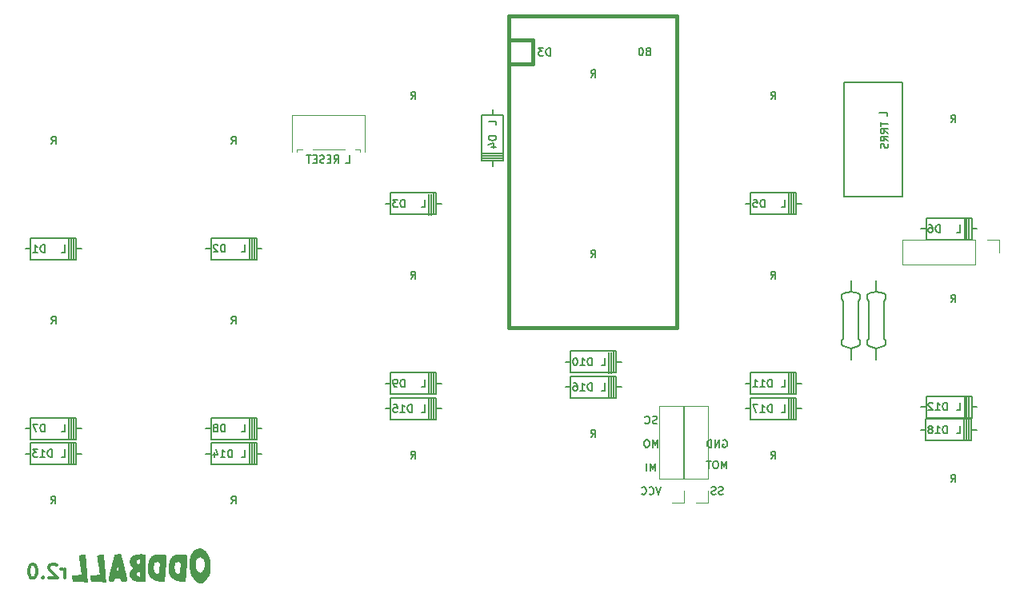
<source format=gbr>
G04 #@! TF.GenerationSoftware,KiCad,Pcbnew,(5.1.0)-1*
G04 #@! TF.CreationDate,2020-09-29T23:23:54+10:00*
G04 #@! TF.ProjectId,oddball,6f646462-616c-46c2-9e6b-696361645f70,rev?*
G04 #@! TF.SameCoordinates,Original*
G04 #@! TF.FileFunction,Legend,Bot*
G04 #@! TF.FilePolarity,Positive*
%FSLAX46Y46*%
G04 Gerber Fmt 4.6, Leading zero omitted, Abs format (unit mm)*
G04 Created by KiCad (PCBNEW (5.1.0)-1) date 2020-09-29 23:23:54*
%MOMM*%
%LPD*%
G04 APERTURE LIST*
%ADD10C,0.150000*%
%ADD11C,0.300000*%
%ADD12C,0.120000*%
%ADD13C,0.381000*%
%ADD14C,0.203200*%
%ADD15C,0.010000*%
G04 APERTURE END LIST*
D10*
X144435714Y-100611904D02*
X144435714Y-99811904D01*
X144169047Y-100383333D01*
X143902380Y-99811904D01*
X143902380Y-100611904D01*
X143369047Y-99811904D02*
X143216666Y-99811904D01*
X143140476Y-99850000D01*
X143064285Y-99926190D01*
X143026190Y-100078571D01*
X143026190Y-100345238D01*
X143064285Y-100497619D01*
X143140476Y-100573809D01*
X143216666Y-100611904D01*
X143369047Y-100611904D01*
X143445238Y-100573809D01*
X143521428Y-100497619D01*
X143559523Y-100345238D01*
X143559523Y-100078571D01*
X143521428Y-99926190D01*
X143445238Y-99850000D01*
X143369047Y-99811904D01*
X144816666Y-104811904D02*
X144550000Y-105611904D01*
X144283333Y-104811904D01*
X143559523Y-105535714D02*
X143597619Y-105573809D01*
X143711904Y-105611904D01*
X143788095Y-105611904D01*
X143902380Y-105573809D01*
X143978571Y-105497619D01*
X144016666Y-105421428D01*
X144054761Y-105269047D01*
X144054761Y-105154761D01*
X144016666Y-105002380D01*
X143978571Y-104926190D01*
X143902380Y-104850000D01*
X143788095Y-104811904D01*
X143711904Y-104811904D01*
X143597619Y-104850000D01*
X143559523Y-104888095D01*
X142759523Y-105535714D02*
X142797619Y-105573809D01*
X142911904Y-105611904D01*
X142988095Y-105611904D01*
X143102380Y-105573809D01*
X143178571Y-105497619D01*
X143216666Y-105421428D01*
X143254761Y-105269047D01*
X143254761Y-105154761D01*
X143216666Y-105002380D01*
X143178571Y-104926190D01*
X143102380Y-104850000D01*
X142988095Y-104811904D01*
X142911904Y-104811904D01*
X142797619Y-104850000D01*
X142759523Y-104888095D01*
X144207142Y-103111904D02*
X144207142Y-102311904D01*
X143940476Y-102883333D01*
X143673809Y-102311904D01*
X143673809Y-103111904D01*
X143292857Y-103111904D02*
X143292857Y-102311904D01*
X151359523Y-105573809D02*
X151245238Y-105611904D01*
X151054761Y-105611904D01*
X150978571Y-105573809D01*
X150940476Y-105535714D01*
X150902380Y-105459523D01*
X150902380Y-105383333D01*
X150940476Y-105307142D01*
X150978571Y-105269047D01*
X151054761Y-105230952D01*
X151207142Y-105192857D01*
X151283333Y-105154761D01*
X151321428Y-105116666D01*
X151359523Y-105040476D01*
X151359523Y-104964285D01*
X151321428Y-104888095D01*
X151283333Y-104850000D01*
X151207142Y-104811904D01*
X151016666Y-104811904D01*
X150902380Y-104850000D01*
X150597619Y-105573809D02*
X150483333Y-105611904D01*
X150292857Y-105611904D01*
X150216666Y-105573809D01*
X150178571Y-105535714D01*
X150140476Y-105459523D01*
X150140476Y-105383333D01*
X150178571Y-105307142D01*
X150216666Y-105269047D01*
X150292857Y-105230952D01*
X150445238Y-105192857D01*
X150521428Y-105154761D01*
X150559523Y-105116666D01*
X150597619Y-105040476D01*
X150597619Y-104964285D01*
X150559523Y-104888095D01*
X150521428Y-104850000D01*
X150445238Y-104811904D01*
X150254761Y-104811904D01*
X150140476Y-104850000D01*
X151740476Y-102861904D02*
X151740476Y-102061904D01*
X151473809Y-102633333D01*
X151207142Y-102061904D01*
X151207142Y-102861904D01*
X150673809Y-102061904D02*
X150521428Y-102061904D01*
X150445238Y-102100000D01*
X150369047Y-102176190D01*
X150330952Y-102328571D01*
X150330952Y-102595238D01*
X150369047Y-102747619D01*
X150445238Y-102823809D01*
X150521428Y-102861904D01*
X150673809Y-102861904D01*
X150750000Y-102823809D01*
X150826190Y-102747619D01*
X150864285Y-102595238D01*
X150864285Y-102328571D01*
X150826190Y-102176190D01*
X150750000Y-102100000D01*
X150673809Y-102061904D01*
X150102380Y-102061904D02*
X149645238Y-102061904D01*
X149873809Y-102861904D02*
X149873809Y-102061904D01*
X151359523Y-99850000D02*
X151435714Y-99811904D01*
X151550000Y-99811904D01*
X151664285Y-99850000D01*
X151740476Y-99926190D01*
X151778571Y-100002380D01*
X151816666Y-100154761D01*
X151816666Y-100269047D01*
X151778571Y-100421428D01*
X151740476Y-100497619D01*
X151664285Y-100573809D01*
X151550000Y-100611904D01*
X151473809Y-100611904D01*
X151359523Y-100573809D01*
X151321428Y-100535714D01*
X151321428Y-100269047D01*
X151473809Y-100269047D01*
X150978571Y-100611904D02*
X150978571Y-99811904D01*
X150521428Y-100611904D01*
X150521428Y-99811904D01*
X150140476Y-100611904D02*
X150140476Y-99811904D01*
X149950000Y-99811904D01*
X149835714Y-99850000D01*
X149759523Y-99926190D01*
X149721428Y-100002380D01*
X149683333Y-100154761D01*
X149683333Y-100269047D01*
X149721428Y-100421428D01*
X149759523Y-100497619D01*
X149835714Y-100573809D01*
X149950000Y-100611904D01*
X150140476Y-100611904D01*
D11*
X81743857Y-114470571D02*
X81743857Y-113470571D01*
X81743857Y-113756285D02*
X81672428Y-113613428D01*
X81601000Y-113542000D01*
X81458142Y-113470571D01*
X81315285Y-113470571D01*
X80886714Y-113113428D02*
X80815285Y-113042000D01*
X80672428Y-112970571D01*
X80315285Y-112970571D01*
X80172428Y-113042000D01*
X80101000Y-113113428D01*
X80029571Y-113256285D01*
X80029571Y-113399142D01*
X80101000Y-113613428D01*
X80958142Y-114470571D01*
X80029571Y-114470571D01*
X79386714Y-114327714D02*
X79315285Y-114399142D01*
X79386714Y-114470571D01*
X79458142Y-114399142D01*
X79386714Y-114327714D01*
X79386714Y-114470571D01*
X78386714Y-112970571D02*
X78243857Y-112970571D01*
X78101000Y-113042000D01*
X78029571Y-113113428D01*
X77958142Y-113256285D01*
X77886714Y-113542000D01*
X77886714Y-113899142D01*
X77958142Y-114184857D01*
X78029571Y-114327714D01*
X78101000Y-114399142D01*
X78243857Y-114470571D01*
X78386714Y-114470571D01*
X78529571Y-114399142D01*
X78601000Y-114327714D01*
X78672428Y-114184857D01*
X78743857Y-113899142D01*
X78743857Y-113542000D01*
X78672428Y-113256285D01*
X78601000Y-113113428D01*
X78529571Y-113042000D01*
X78386714Y-112970571D01*
D10*
X144378571Y-98073809D02*
X144264285Y-98111904D01*
X144073809Y-98111904D01*
X143997619Y-98073809D01*
X143959523Y-98035714D01*
X143921428Y-97959523D01*
X143921428Y-97883333D01*
X143959523Y-97807142D01*
X143997619Y-97769047D01*
X144073809Y-97730952D01*
X144226190Y-97692857D01*
X144302380Y-97654761D01*
X144340476Y-97616666D01*
X144378571Y-97540476D01*
X144378571Y-97464285D01*
X144340476Y-97388095D01*
X144302380Y-97350000D01*
X144226190Y-97311904D01*
X144035714Y-97311904D01*
X143921428Y-97350000D01*
X143121428Y-98035714D02*
X143159523Y-98073809D01*
X143273809Y-98111904D01*
X143350000Y-98111904D01*
X143464285Y-98073809D01*
X143540476Y-97997619D01*
X143578571Y-97921428D01*
X143616666Y-97769047D01*
X143616666Y-97654761D01*
X143578571Y-97502380D01*
X143540476Y-97426190D01*
X143464285Y-97350000D01*
X143350000Y-97311904D01*
X143273809Y-97311904D01*
X143159523Y-97350000D01*
X143121428Y-97388095D01*
X167600000Y-84100000D02*
X167600000Y-82900000D01*
X168400000Y-89900000D02*
X167600000Y-90100000D01*
X168600000Y-89700000D02*
X168400000Y-89900000D01*
X168600000Y-89300000D02*
X168600000Y-89700000D01*
X168400000Y-89100000D02*
X168600000Y-89300000D01*
X168400000Y-85100000D02*
X168400000Y-89100000D01*
X168600000Y-84900000D02*
X168400000Y-85100000D01*
X168600000Y-84500000D02*
X168600000Y-84900000D01*
X168400000Y-84300000D02*
X168600000Y-84500000D01*
X167600000Y-84100000D02*
X168400000Y-84300000D01*
X166800000Y-84300000D02*
X167600000Y-84100000D01*
X166600000Y-84500000D02*
X166800000Y-84300000D01*
X166600000Y-84900000D02*
X166600000Y-84500000D01*
X166800000Y-85100000D02*
X166600000Y-84900000D01*
X166800000Y-89100000D02*
X166800000Y-85100000D01*
X166600000Y-89300000D02*
X166800000Y-89100000D01*
X166600000Y-89700000D02*
X166600000Y-89300000D01*
X166800000Y-89900000D02*
X166600000Y-89700000D01*
X167600000Y-90100000D02*
X166800000Y-89900000D01*
X167600000Y-91300000D02*
X167600000Y-90100000D01*
X164900000Y-90100000D02*
X164900000Y-91300000D01*
X164100000Y-84300000D02*
X164900000Y-84100000D01*
X163900000Y-84500000D02*
X164100000Y-84300000D01*
X163900000Y-84900000D02*
X163900000Y-84500000D01*
X164100000Y-85100000D02*
X163900000Y-84900000D01*
X164100000Y-89100000D02*
X164100000Y-85100000D01*
X163900000Y-89300000D02*
X164100000Y-89100000D01*
X163900000Y-89700000D02*
X163900000Y-89300000D01*
X164100000Y-89900000D02*
X163900000Y-89700000D01*
X164900000Y-90100000D02*
X164100000Y-89900000D01*
X165700000Y-89900000D02*
X164900000Y-90100000D01*
X165900000Y-89700000D02*
X165700000Y-89900000D01*
X165900000Y-89300000D02*
X165900000Y-89700000D01*
X165700000Y-89100000D02*
X165900000Y-89300000D01*
X165700000Y-85100000D02*
X165700000Y-89100000D01*
X165900000Y-84900000D02*
X165700000Y-85100000D01*
X165900000Y-84500000D02*
X165900000Y-84900000D01*
X165700000Y-84300000D02*
X165900000Y-84500000D01*
X164900000Y-84100000D02*
X165700000Y-84300000D01*
X164900000Y-82900000D02*
X164900000Y-84100000D01*
D12*
X106833903Y-69071653D02*
X106293903Y-69071653D01*
X111333903Y-69071653D02*
X107933903Y-69071653D01*
X112973903Y-69071653D02*
X112433903Y-69071653D01*
X112973903Y-69071653D02*
X112973903Y-69301653D01*
X106293903Y-69071653D02*
X106293903Y-69301653D01*
X113493903Y-65401653D02*
X105773903Y-65401653D01*
X113493903Y-65401653D02*
X113493903Y-69301653D01*
X105773903Y-65401653D02*
X105773903Y-69301653D01*
X148480000Y-106500000D02*
X149810000Y-106500000D01*
X149810000Y-106500000D02*
X149810000Y-105170000D01*
X149810000Y-103900000D02*
X149810000Y-96220000D01*
X147150000Y-96220000D02*
X149810000Y-96220000D01*
X147150000Y-103900000D02*
X147150000Y-96220000D01*
X147150000Y-103900000D02*
X149810000Y-103900000D01*
D13*
X131280000Y-59980000D02*
X128740000Y-59980000D01*
X131280000Y-57440000D02*
X131280000Y-59980000D01*
X146520000Y-87920000D02*
X146520000Y-54900000D01*
X128740000Y-87920000D02*
X146520000Y-87920000D01*
X128740000Y-54900000D02*
X128740000Y-87920000D01*
X146520000Y-54900000D02*
X128740000Y-54900000D01*
X131280000Y-57440000D02*
X128740000Y-57440000D01*
D12*
X145940000Y-106500000D02*
X147270000Y-106500000D01*
X147270000Y-106500000D02*
X147270000Y-105170000D01*
X147270000Y-103900000D02*
X147270000Y-96220000D01*
X144610000Y-96220000D02*
X147270000Y-96220000D01*
X144610000Y-103900000D02*
X144610000Y-96220000D01*
X144610000Y-103900000D02*
X147270000Y-103900000D01*
X178030000Y-81260000D02*
X178030000Y-78600000D01*
X178030000Y-81260000D02*
X170350000Y-81260000D01*
X170350000Y-81260000D02*
X170350000Y-78600000D01*
X178030000Y-78600000D02*
X170350000Y-78600000D01*
X180630000Y-78600000D02*
X179300000Y-78600000D01*
X180630000Y-79930000D02*
X180630000Y-78600000D01*
D14*
X177683000Y-77470000D02*
X178254500Y-77470000D01*
X172857000Y-77470000D02*
X172285500Y-77470000D01*
X172857000Y-76327000D02*
X172857000Y-78613000D01*
X177683000Y-78613000D02*
X177683000Y-76327000D01*
X172857000Y-78613000D02*
X177683000Y-78613000D01*
X177683000Y-76327000D02*
X172857000Y-76327000D01*
D10*
X177420000Y-78570000D02*
X177420000Y-76370000D01*
X176920000Y-78620000D02*
X176920000Y-76420000D01*
X177170000Y-76420000D02*
X177170000Y-78620000D01*
D14*
X140083000Y-91570000D02*
X140654500Y-91570000D01*
X135257000Y-91570000D02*
X134685500Y-91570000D01*
X135257000Y-90427000D02*
X135257000Y-92713000D01*
X140083000Y-92713000D02*
X140083000Y-90427000D01*
X135257000Y-92713000D02*
X140083000Y-92713000D01*
X140083000Y-90427000D02*
X135257000Y-90427000D01*
D10*
X139820000Y-92670000D02*
X139820000Y-90470000D01*
X139320000Y-92720000D02*
X139320000Y-90520000D01*
X139570000Y-90520000D02*
X139570000Y-92720000D01*
D14*
X159133000Y-93840000D02*
X159704500Y-93840000D01*
X154307000Y-93840000D02*
X153735500Y-93840000D01*
X154307000Y-92697000D02*
X154307000Y-94983000D01*
X159133000Y-94983000D02*
X159133000Y-92697000D01*
X154307000Y-94983000D02*
X159133000Y-94983000D01*
X159133000Y-92697000D02*
X154307000Y-92697000D01*
D10*
X158870000Y-94940000D02*
X158870000Y-92740000D01*
X158370000Y-94990000D02*
X158370000Y-92790000D01*
X158620000Y-92790000D02*
X158620000Y-94990000D01*
D14*
X177683000Y-96320000D02*
X178254500Y-96320000D01*
X172857000Y-96320000D02*
X172285500Y-96320000D01*
X172857000Y-95177000D02*
X172857000Y-97463000D01*
X177683000Y-97463000D02*
X177683000Y-95177000D01*
X172857000Y-97463000D02*
X177683000Y-97463000D01*
X177683000Y-95177000D02*
X172857000Y-95177000D01*
D10*
X177420000Y-97420000D02*
X177420000Y-95220000D01*
X176920000Y-97470000D02*
X176920000Y-95270000D01*
X177170000Y-95270000D02*
X177170000Y-97470000D01*
D14*
X121023000Y-93830000D02*
X121594500Y-93830000D01*
X116197000Y-93830000D02*
X115625500Y-93830000D01*
X116197000Y-92687000D02*
X116197000Y-94973000D01*
X121023000Y-94973000D02*
X121023000Y-92687000D01*
X116197000Y-94973000D02*
X121023000Y-94973000D01*
X121023000Y-92687000D02*
X116197000Y-92687000D01*
D10*
X120760000Y-94930000D02*
X120760000Y-92730000D01*
X120260000Y-94980000D02*
X120260000Y-92780000D01*
X120510000Y-92780000D02*
X120510000Y-94980000D01*
D14*
X121023000Y-74800000D02*
X121594500Y-74800000D01*
X116197000Y-74800000D02*
X115625500Y-74800000D01*
X116197000Y-73657000D02*
X116197000Y-75943000D01*
X121023000Y-75943000D02*
X121023000Y-73657000D01*
X116197000Y-75943000D02*
X121023000Y-75943000D01*
X121023000Y-73657000D02*
X116197000Y-73657000D01*
D10*
X120760000Y-75900000D02*
X120760000Y-73700000D01*
X120260000Y-75950000D02*
X120260000Y-73750000D01*
X120510000Y-73750000D02*
X120510000Y-75950000D01*
D14*
X82933000Y-98600000D02*
X83504500Y-98600000D01*
X78107000Y-98600000D02*
X77535500Y-98600000D01*
X78107000Y-97457000D02*
X78107000Y-99743000D01*
X82933000Y-99743000D02*
X82933000Y-97457000D01*
X78107000Y-99743000D02*
X82933000Y-99743000D01*
X82933000Y-97457000D02*
X78107000Y-97457000D01*
D10*
X82670000Y-99700000D02*
X82670000Y-97500000D01*
X82170000Y-99750000D02*
X82170000Y-97550000D01*
X82420000Y-97550000D02*
X82420000Y-99750000D01*
D14*
X102003000Y-98610000D02*
X102574500Y-98610000D01*
X97177000Y-98610000D02*
X96605500Y-98610000D01*
X97177000Y-97467000D02*
X97177000Y-99753000D01*
X102003000Y-99753000D02*
X102003000Y-97467000D01*
X97177000Y-99753000D02*
X102003000Y-99753000D01*
X102003000Y-97467000D02*
X97177000Y-97467000D01*
D10*
X101740000Y-99710000D02*
X101740000Y-97510000D01*
X101240000Y-99760000D02*
X101240000Y-97560000D01*
X101490000Y-97560000D02*
X101490000Y-99760000D01*
D14*
X82933000Y-79590000D02*
X83504500Y-79590000D01*
X78107000Y-79590000D02*
X77535500Y-79590000D01*
X78107000Y-78447000D02*
X78107000Y-80733000D01*
X82933000Y-80733000D02*
X82933000Y-78447000D01*
X78107000Y-80733000D02*
X82933000Y-80733000D01*
X82933000Y-78447000D02*
X78107000Y-78447000D01*
D10*
X82670000Y-80690000D02*
X82670000Y-78490000D01*
X82170000Y-80740000D02*
X82170000Y-78540000D01*
X82420000Y-78540000D02*
X82420000Y-80740000D01*
D14*
X159133000Y-74790000D02*
X159704500Y-74790000D01*
X154307000Y-74790000D02*
X153735500Y-74790000D01*
X154307000Y-73647000D02*
X154307000Y-75933000D01*
X159133000Y-75933000D02*
X159133000Y-73647000D01*
X154307000Y-75933000D02*
X159133000Y-75933000D01*
X159133000Y-73647000D02*
X154307000Y-73647000D01*
D10*
X158870000Y-75890000D02*
X158870000Y-73690000D01*
X158370000Y-75940000D02*
X158370000Y-73740000D01*
X158620000Y-73740000D02*
X158620000Y-75940000D01*
X164216000Y-61976000D02*
X170316000Y-61976000D01*
X164216000Y-74076000D02*
X170316000Y-74076000D01*
X164216000Y-61976000D02*
X164216000Y-74076000D01*
X170316000Y-61976000D02*
X170316000Y-74076000D01*
D14*
X127000000Y-70223000D02*
X127000000Y-70794500D01*
X127000000Y-65397000D02*
X127000000Y-64825500D01*
X128143000Y-65397000D02*
X125857000Y-65397000D01*
X125857000Y-70223000D02*
X128143000Y-70223000D01*
X125857000Y-65397000D02*
X125857000Y-70223000D01*
X128143000Y-70223000D02*
X128143000Y-65397000D01*
D10*
X125900000Y-69960000D02*
X128100000Y-69960000D01*
X125850000Y-69460000D02*
X128050000Y-69460000D01*
X128050000Y-69710000D02*
X125850000Y-69710000D01*
D14*
X102003000Y-79550000D02*
X102574500Y-79550000D01*
X97177000Y-79550000D02*
X96605500Y-79550000D01*
X97177000Y-78407000D02*
X97177000Y-80693000D01*
X102003000Y-80693000D02*
X102003000Y-78407000D01*
X97177000Y-80693000D02*
X102003000Y-80693000D01*
X102003000Y-78407000D02*
X97177000Y-78407000D01*
D10*
X101740000Y-80650000D02*
X101740000Y-78450000D01*
X101240000Y-80700000D02*
X101240000Y-78500000D01*
X101490000Y-78500000D02*
X101490000Y-80700000D01*
D14*
X102003000Y-101280000D02*
X102574500Y-101280000D01*
X97177000Y-101280000D02*
X96605500Y-101280000D01*
X97177000Y-100137000D02*
X97177000Y-102423000D01*
X102003000Y-102423000D02*
X102003000Y-100137000D01*
X97177000Y-102423000D02*
X102003000Y-102423000D01*
X102003000Y-100137000D02*
X97177000Y-100137000D01*
D10*
X101740000Y-102380000D02*
X101740000Y-100180000D01*
X101240000Y-102430000D02*
X101240000Y-100230000D01*
X101490000Y-100230000D02*
X101490000Y-102430000D01*
D14*
X82933000Y-101270000D02*
X83504500Y-101270000D01*
X78107000Y-101270000D02*
X77535500Y-101270000D01*
X78107000Y-100127000D02*
X78107000Y-102413000D01*
X82933000Y-102413000D02*
X82933000Y-100127000D01*
X78107000Y-102413000D02*
X82933000Y-102413000D01*
X82933000Y-100127000D02*
X78107000Y-100127000D01*
D10*
X82670000Y-102370000D02*
X82670000Y-100170000D01*
X82170000Y-102420000D02*
X82170000Y-100220000D01*
X82420000Y-100220000D02*
X82420000Y-102420000D01*
D14*
X121023000Y-96510000D02*
X121594500Y-96510000D01*
X116197000Y-96510000D02*
X115625500Y-96510000D01*
X116197000Y-95367000D02*
X116197000Y-97653000D01*
X121023000Y-97653000D02*
X121023000Y-95367000D01*
X116197000Y-97653000D02*
X121023000Y-97653000D01*
X121023000Y-95367000D02*
X116197000Y-95367000D01*
D10*
X120760000Y-97610000D02*
X120760000Y-95410000D01*
X120260000Y-97660000D02*
X120260000Y-95460000D01*
X120510000Y-95460000D02*
X120510000Y-97660000D01*
D14*
X140083000Y-94230000D02*
X140654500Y-94230000D01*
X135257000Y-94230000D02*
X134685500Y-94230000D01*
X135257000Y-93087000D02*
X135257000Y-95373000D01*
X140083000Y-95373000D02*
X140083000Y-93087000D01*
X135257000Y-95373000D02*
X140083000Y-95373000D01*
X140083000Y-93087000D02*
X135257000Y-93087000D01*
D10*
X139820000Y-95330000D02*
X139820000Y-93130000D01*
X139320000Y-95380000D02*
X139320000Y-93180000D01*
X139570000Y-93180000D02*
X139570000Y-95380000D01*
D14*
X159133000Y-96520000D02*
X159704500Y-96520000D01*
X154307000Y-96520000D02*
X153735500Y-96520000D01*
X154307000Y-95377000D02*
X154307000Y-97663000D01*
X159133000Y-97663000D02*
X159133000Y-95377000D01*
X154307000Y-97663000D02*
X159133000Y-97663000D01*
X159133000Y-95377000D02*
X154307000Y-95377000D01*
D10*
X158870000Y-97620000D02*
X158870000Y-95420000D01*
X158370000Y-97670000D02*
X158370000Y-95470000D01*
X158620000Y-95470000D02*
X158620000Y-97670000D01*
D14*
X177663000Y-98750000D02*
X178234500Y-98750000D01*
X172837000Y-98750000D02*
X172265500Y-98750000D01*
X172837000Y-97607000D02*
X172837000Y-99893000D01*
X177663000Y-99893000D02*
X177663000Y-97607000D01*
X172837000Y-99893000D02*
X177663000Y-99893000D01*
X177663000Y-97607000D02*
X172837000Y-97607000D01*
D10*
X177400000Y-99850000D02*
X177400000Y-97650000D01*
X176900000Y-99900000D02*
X176900000Y-97700000D01*
X177150000Y-97700000D02*
X177150000Y-99900000D01*
D15*
G36*
X89718596Y-111930639D02*
G01*
X89715166Y-111930709D01*
X89603810Y-111935699D01*
X89495353Y-111945810D01*
X89390448Y-111960825D01*
X89289747Y-111980527D01*
X89193904Y-112004701D01*
X89103572Y-112033130D01*
X89019404Y-112065597D01*
X88942052Y-112101886D01*
X88872169Y-112141781D01*
X88810409Y-112185066D01*
X88757424Y-112231523D01*
X88734592Y-112255686D01*
X88684911Y-112318636D01*
X88644855Y-112384245D01*
X88614213Y-112453079D01*
X88592771Y-112525703D01*
X88580319Y-112602682D01*
X88576621Y-112676862D01*
X88580679Y-112758800D01*
X88593355Y-112836755D01*
X88614976Y-112911702D01*
X88645865Y-112984615D01*
X88686349Y-113056465D01*
X88719945Y-113105793D01*
X88730145Y-113118380D01*
X88746465Y-113136779D01*
X88767724Y-113159736D01*
X88792741Y-113185999D01*
X88820333Y-113214315D01*
X88849319Y-113243431D01*
X88856101Y-113250150D01*
X88966781Y-113359521D01*
X88880280Y-113453350D01*
X88831062Y-113507539D01*
X88788618Y-113556128D01*
X88752109Y-113600243D01*
X88720693Y-113641011D01*
X88693534Y-113679560D01*
X88669789Y-113717016D01*
X88648621Y-113754507D01*
X88632910Y-113785422D01*
X88605684Y-113847054D01*
X88586115Y-113904923D01*
X88573690Y-113961302D01*
X88567894Y-114018465D01*
X88567944Y-114072960D01*
X88573362Y-114132094D01*
X88584700Y-114188021D01*
X88602535Y-114242027D01*
X88627447Y-114295397D01*
X88660014Y-114349419D01*
X88700815Y-114405378D01*
X88737584Y-114449875D01*
X88795227Y-114508976D01*
X88860610Y-114561717D01*
X88933772Y-114608116D01*
X89014749Y-114648187D01*
X89103580Y-114681947D01*
X89200302Y-114709412D01*
X89304955Y-114730597D01*
X89417575Y-114745519D01*
X89447740Y-114748338D01*
X89479154Y-114750315D01*
X89519612Y-114751693D01*
X89568018Y-114752481D01*
X89623274Y-114752686D01*
X89684284Y-114752317D01*
X89749950Y-114751382D01*
X89819175Y-114749888D01*
X89890862Y-114747844D01*
X89963914Y-114745257D01*
X89984950Y-114744417D01*
X90171640Y-114736766D01*
X90171640Y-114223720D01*
X89709314Y-114223720D01*
X89709196Y-114259047D01*
X89708622Y-114289159D01*
X89707565Y-114312907D01*
X89705998Y-114329141D01*
X89703893Y-114336709D01*
X89703188Y-114337120D01*
X89696447Y-114336194D01*
X89681412Y-114333619D01*
X89659757Y-114329699D01*
X89633160Y-114324737D01*
X89603296Y-114319036D01*
X89603155Y-114319008D01*
X89537958Y-114305366D01*
X89481748Y-114291206D01*
X89433352Y-114276113D01*
X89391597Y-114259669D01*
X89355309Y-114241458D01*
X89323317Y-114221064D01*
X89319410Y-114218229D01*
X89282696Y-114185565D01*
X89255015Y-114148396D01*
X89236395Y-114106920D01*
X89226862Y-114061334D01*
X89226445Y-114011836D01*
X89235170Y-113958623D01*
X89253064Y-113901893D01*
X89270373Y-113861640D01*
X89290533Y-113827777D01*
X89316684Y-113799379D01*
X89349518Y-113776064D01*
X89389723Y-113757446D01*
X89437991Y-113743141D01*
X89495012Y-113732765D01*
X89503942Y-113731577D01*
X89552342Y-113728835D01*
X89596114Y-113733335D01*
X89633995Y-113744918D01*
X89642463Y-113748937D01*
X89659073Y-113758770D01*
X89670989Y-113769783D01*
X89679413Y-113784134D01*
X89685547Y-113803980D01*
X89690592Y-113831478D01*
X89691380Y-113836740D01*
X89694330Y-113860942D01*
X89697095Y-113891434D01*
X89699649Y-113927064D01*
X89701963Y-113966681D01*
X89704012Y-114009136D01*
X89705767Y-114053279D01*
X89707202Y-114097959D01*
X89708290Y-114142026D01*
X89709003Y-114184330D01*
X89709314Y-114223720D01*
X90171640Y-114223720D01*
X90171640Y-112604278D01*
X89706779Y-112604278D01*
X89706572Y-112641248D01*
X89705872Y-112678084D01*
X89704681Y-112713073D01*
X89703000Y-112744503D01*
X89700831Y-112770659D01*
X89700044Y-112777560D01*
X89693842Y-112821640D01*
X89687088Y-112856724D01*
X89679305Y-112883973D01*
X89670018Y-112904549D01*
X89658752Y-112919614D01*
X89645030Y-112930332D01*
X89635584Y-112935090D01*
X89598510Y-112947408D01*
X89552741Y-112956252D01*
X89498004Y-112961657D01*
X89434026Y-112963658D01*
X89414720Y-112963616D01*
X89384399Y-112963163D01*
X89362214Y-112962256D01*
X89346145Y-112960662D01*
X89334172Y-112958148D01*
X89324273Y-112954484D01*
X89320791Y-112952820D01*
X89306214Y-112942497D01*
X89293267Y-112926428D01*
X89281410Y-112903549D01*
X89270108Y-112872796D01*
X89258821Y-112833103D01*
X89257319Y-112827198D01*
X89242819Y-112760101D01*
X89235001Y-112700397D01*
X89233884Y-112647808D01*
X89239485Y-112602059D01*
X89251824Y-112562870D01*
X89270920Y-112529966D01*
X89278097Y-112521132D01*
X89307718Y-112494269D01*
X89346237Y-112470792D01*
X89392861Y-112451044D01*
X89446794Y-112435365D01*
X89501903Y-112424871D01*
X89538802Y-112419976D01*
X89568375Y-112417585D01*
X89593143Y-112417695D01*
X89615628Y-112420305D01*
X89635903Y-112424766D01*
X89665203Y-112436084D01*
X89686257Y-112452861D01*
X89699693Y-112475611D01*
X89700353Y-112477407D01*
X89702639Y-112489340D01*
X89704422Y-112509707D01*
X89705706Y-112536795D01*
X89706491Y-112568890D01*
X89706779Y-112604278D01*
X90171640Y-112604278D01*
X90171640Y-111975734D01*
X90135628Y-111967543D01*
X90070266Y-111954027D01*
X90006216Y-111943717D01*
X89941252Y-111936418D01*
X89873146Y-111931936D01*
X89799669Y-111930074D01*
X89718596Y-111930639D01*
X89718596Y-111930639D01*
G37*
X89718596Y-111930639D02*
X89715166Y-111930709D01*
X89603810Y-111935699D01*
X89495353Y-111945810D01*
X89390448Y-111960825D01*
X89289747Y-111980527D01*
X89193904Y-112004701D01*
X89103572Y-112033130D01*
X89019404Y-112065597D01*
X88942052Y-112101886D01*
X88872169Y-112141781D01*
X88810409Y-112185066D01*
X88757424Y-112231523D01*
X88734592Y-112255686D01*
X88684911Y-112318636D01*
X88644855Y-112384245D01*
X88614213Y-112453079D01*
X88592771Y-112525703D01*
X88580319Y-112602682D01*
X88576621Y-112676862D01*
X88580679Y-112758800D01*
X88593355Y-112836755D01*
X88614976Y-112911702D01*
X88645865Y-112984615D01*
X88686349Y-113056465D01*
X88719945Y-113105793D01*
X88730145Y-113118380D01*
X88746465Y-113136779D01*
X88767724Y-113159736D01*
X88792741Y-113185999D01*
X88820333Y-113214315D01*
X88849319Y-113243431D01*
X88856101Y-113250150D01*
X88966781Y-113359521D01*
X88880280Y-113453350D01*
X88831062Y-113507539D01*
X88788618Y-113556128D01*
X88752109Y-113600243D01*
X88720693Y-113641011D01*
X88693534Y-113679560D01*
X88669789Y-113717016D01*
X88648621Y-113754507D01*
X88632910Y-113785422D01*
X88605684Y-113847054D01*
X88586115Y-113904923D01*
X88573690Y-113961302D01*
X88567894Y-114018465D01*
X88567944Y-114072960D01*
X88573362Y-114132094D01*
X88584700Y-114188021D01*
X88602535Y-114242027D01*
X88627447Y-114295397D01*
X88660014Y-114349419D01*
X88700815Y-114405378D01*
X88737584Y-114449875D01*
X88795227Y-114508976D01*
X88860610Y-114561717D01*
X88933772Y-114608116D01*
X89014749Y-114648187D01*
X89103580Y-114681947D01*
X89200302Y-114709412D01*
X89304955Y-114730597D01*
X89417575Y-114745519D01*
X89447740Y-114748338D01*
X89479154Y-114750315D01*
X89519612Y-114751693D01*
X89568018Y-114752481D01*
X89623274Y-114752686D01*
X89684284Y-114752317D01*
X89749950Y-114751382D01*
X89819175Y-114749888D01*
X89890862Y-114747844D01*
X89963914Y-114745257D01*
X89984950Y-114744417D01*
X90171640Y-114736766D01*
X90171640Y-114223720D01*
X89709314Y-114223720D01*
X89709196Y-114259047D01*
X89708622Y-114289159D01*
X89707565Y-114312907D01*
X89705998Y-114329141D01*
X89703893Y-114336709D01*
X89703188Y-114337120D01*
X89696447Y-114336194D01*
X89681412Y-114333619D01*
X89659757Y-114329699D01*
X89633160Y-114324737D01*
X89603296Y-114319036D01*
X89603155Y-114319008D01*
X89537958Y-114305366D01*
X89481748Y-114291206D01*
X89433352Y-114276113D01*
X89391597Y-114259669D01*
X89355309Y-114241458D01*
X89323317Y-114221064D01*
X89319410Y-114218229D01*
X89282696Y-114185565D01*
X89255015Y-114148396D01*
X89236395Y-114106920D01*
X89226862Y-114061334D01*
X89226445Y-114011836D01*
X89235170Y-113958623D01*
X89253064Y-113901893D01*
X89270373Y-113861640D01*
X89290533Y-113827777D01*
X89316684Y-113799379D01*
X89349518Y-113776064D01*
X89389723Y-113757446D01*
X89437991Y-113743141D01*
X89495012Y-113732765D01*
X89503942Y-113731577D01*
X89552342Y-113728835D01*
X89596114Y-113733335D01*
X89633995Y-113744918D01*
X89642463Y-113748937D01*
X89659073Y-113758770D01*
X89670989Y-113769783D01*
X89679413Y-113784134D01*
X89685547Y-113803980D01*
X89690592Y-113831478D01*
X89691380Y-113836740D01*
X89694330Y-113860942D01*
X89697095Y-113891434D01*
X89699649Y-113927064D01*
X89701963Y-113966681D01*
X89704012Y-114009136D01*
X89705767Y-114053279D01*
X89707202Y-114097959D01*
X89708290Y-114142026D01*
X89709003Y-114184330D01*
X89709314Y-114223720D01*
X90171640Y-114223720D01*
X90171640Y-112604278D01*
X89706779Y-112604278D01*
X89706572Y-112641248D01*
X89705872Y-112678084D01*
X89704681Y-112713073D01*
X89703000Y-112744503D01*
X89700831Y-112770659D01*
X89700044Y-112777560D01*
X89693842Y-112821640D01*
X89687088Y-112856724D01*
X89679305Y-112883973D01*
X89670018Y-112904549D01*
X89658752Y-112919614D01*
X89645030Y-112930332D01*
X89635584Y-112935090D01*
X89598510Y-112947408D01*
X89552741Y-112956252D01*
X89498004Y-112961657D01*
X89434026Y-112963658D01*
X89414720Y-112963616D01*
X89384399Y-112963163D01*
X89362214Y-112962256D01*
X89346145Y-112960662D01*
X89334172Y-112958148D01*
X89324273Y-112954484D01*
X89320791Y-112952820D01*
X89306214Y-112942497D01*
X89293267Y-112926428D01*
X89281410Y-112903549D01*
X89270108Y-112872796D01*
X89258821Y-112833103D01*
X89257319Y-112827198D01*
X89242819Y-112760101D01*
X89235001Y-112700397D01*
X89233884Y-112647808D01*
X89239485Y-112602059D01*
X89251824Y-112562870D01*
X89270920Y-112529966D01*
X89278097Y-112521132D01*
X89307718Y-112494269D01*
X89346237Y-112470792D01*
X89392861Y-112451044D01*
X89446794Y-112435365D01*
X89501903Y-112424871D01*
X89538802Y-112419976D01*
X89568375Y-112417585D01*
X89593143Y-112417695D01*
X89615628Y-112420305D01*
X89635903Y-112424766D01*
X89665203Y-112436084D01*
X89686257Y-112452861D01*
X89699693Y-112475611D01*
X89700353Y-112477407D01*
X89702639Y-112489340D01*
X89704422Y-112509707D01*
X89705706Y-112536795D01*
X89706491Y-112568890D01*
X89706779Y-112604278D01*
X90171640Y-112604278D01*
X90171640Y-111975734D01*
X90135628Y-111967543D01*
X90070266Y-111954027D01*
X90006216Y-111943717D01*
X89941252Y-111936418D01*
X89873146Y-111931936D01*
X89799669Y-111930074D01*
X89718596Y-111930639D01*
G36*
X87405403Y-111921120D02*
G01*
X87353686Y-111924648D01*
X87303175Y-111929037D01*
X87275198Y-111931849D01*
X87242336Y-111935468D01*
X87206082Y-111939699D01*
X87167932Y-111944346D01*
X87129381Y-111949214D01*
X87091923Y-111954109D01*
X87057053Y-111958833D01*
X87026265Y-111963193D01*
X87001055Y-111966992D01*
X86982916Y-111970035D01*
X86973344Y-111972128D01*
X86973240Y-111972162D01*
X86968445Y-111977861D01*
X86963500Y-111989697D01*
X86962369Y-111993530D01*
X86949594Y-112041301D01*
X86934774Y-112097329D01*
X86918091Y-112160899D01*
X86899727Y-112231294D01*
X86879863Y-112307800D01*
X86858680Y-112389700D01*
X86836362Y-112476279D01*
X86813088Y-112566822D01*
X86789042Y-112660612D01*
X86764403Y-112756934D01*
X86739356Y-112855072D01*
X86714080Y-112954311D01*
X86688757Y-113053935D01*
X86663570Y-113153229D01*
X86638700Y-113251476D01*
X86614328Y-113347962D01*
X86590637Y-113441970D01*
X86567807Y-113532784D01*
X86546021Y-113619690D01*
X86525460Y-113701972D01*
X86506306Y-113778913D01*
X86488741Y-113849799D01*
X86472945Y-113913913D01*
X86459102Y-113970540D01*
X86447392Y-114018964D01*
X86437998Y-114058470D01*
X86435797Y-114067880D01*
X86412400Y-114170733D01*
X86392334Y-114264009D01*
X86375596Y-114347729D01*
X86362182Y-114421914D01*
X86352088Y-114486584D01*
X86345312Y-114541759D01*
X86341848Y-114587461D01*
X86341354Y-114608208D01*
X86342411Y-114641357D01*
X86346188Y-114666553D01*
X86353531Y-114685828D01*
X86365280Y-114701212D01*
X86382280Y-114714737D01*
X86386768Y-114717640D01*
X86412425Y-114731491D01*
X86441252Y-114742396D01*
X86474544Y-114750587D01*
X86513601Y-114756296D01*
X86559717Y-114759753D01*
X86614192Y-114761192D01*
X86630880Y-114761265D01*
X86666235Y-114761168D01*
X86693341Y-114760743D01*
X86714106Y-114759828D01*
X86730441Y-114758263D01*
X86744255Y-114755888D01*
X86757456Y-114752540D01*
X86766304Y-114749865D01*
X86787600Y-114742301D01*
X86803030Y-114733989D01*
X86816718Y-114722347D01*
X86825980Y-114712500D01*
X86834060Y-114703149D01*
X86841390Y-114693546D01*
X86848720Y-114682334D01*
X86856797Y-114668151D01*
X86866370Y-114649638D01*
X86878189Y-114625433D01*
X86893000Y-114594178D01*
X86903950Y-114570800D01*
X86926982Y-114528987D01*
X86952597Y-114496777D01*
X86981037Y-114473887D01*
X86993203Y-114467304D01*
X87021683Y-114455952D01*
X87057425Y-114445069D01*
X87098989Y-114434825D01*
X87144933Y-114425395D01*
X87193817Y-114416951D01*
X87244200Y-114409665D01*
X87294642Y-114403709D01*
X87343701Y-114399257D01*
X87389937Y-114396480D01*
X87431910Y-114395552D01*
X87468177Y-114396645D01*
X87497299Y-114399931D01*
X87515748Y-114404726D01*
X87536576Y-114415386D01*
X87555121Y-114430893D01*
X87571945Y-114452190D01*
X87587611Y-114480221D01*
X87602680Y-114515928D01*
X87617714Y-114560254D01*
X87626878Y-114591120D01*
X87641653Y-114638880D01*
X87656075Y-114676999D01*
X87670385Y-114705976D01*
X87684820Y-114726312D01*
X87696337Y-114736509D01*
X87710435Y-114743453D01*
X87729724Y-114749950D01*
X87744597Y-114753483D01*
X87761206Y-114755598D01*
X87786029Y-114757453D01*
X87817121Y-114759016D01*
X87852539Y-114760252D01*
X87890337Y-114761128D01*
X87928573Y-114761610D01*
X87965303Y-114761664D01*
X87998581Y-114761256D01*
X88026465Y-114760354D01*
X88047010Y-114758923D01*
X88048569Y-114758751D01*
X88103266Y-114750318D01*
X88148647Y-114738640D01*
X88185065Y-114723593D01*
X88212870Y-114705055D01*
X88219117Y-114699265D01*
X88228515Y-114688999D01*
X88233632Y-114679645D01*
X88235752Y-114667465D01*
X88236160Y-114649682D01*
X88234835Y-114626410D01*
X88230857Y-114593403D01*
X88224226Y-114550656D01*
X88214941Y-114498163D01*
X88202999Y-114435918D01*
X88188401Y-114363915D01*
X88171145Y-114282149D01*
X88151229Y-114190613D01*
X88128652Y-114089301D01*
X88103414Y-113978209D01*
X88075512Y-113857329D01*
X88044947Y-113726657D01*
X88015725Y-113603060D01*
X87997952Y-113528545D01*
X87382280Y-113528545D01*
X87380924Y-113570101D01*
X87376625Y-113603331D01*
X87368754Y-113629082D01*
X87356687Y-113648199D01*
X87339796Y-113661528D01*
X87317454Y-113669917D01*
X87289035Y-113674211D01*
X87253913Y-113675256D01*
X87235400Y-113674881D01*
X87206190Y-113673525D01*
X87184128Y-113671243D01*
X87166216Y-113667564D01*
X87149453Y-113662014D01*
X87146681Y-113660922D01*
X87123741Y-113649281D01*
X87107439Y-113634705D01*
X87097380Y-113615983D01*
X87093171Y-113591906D01*
X87094417Y-113561265D01*
X87100723Y-113522850D01*
X87101087Y-113521075D01*
X87118576Y-113449623D01*
X87141805Y-113377861D01*
X87171564Y-113303546D01*
X87197352Y-113247460D01*
X87217174Y-113209101D01*
X87235156Y-113180378D01*
X87251651Y-113161003D01*
X87267012Y-113150692D01*
X87281593Y-113149159D01*
X87295745Y-113156117D01*
X87302471Y-113162370D01*
X87320436Y-113187238D01*
X87336625Y-113221088D01*
X87350772Y-113262853D01*
X87362612Y-113311469D01*
X87371877Y-113365868D01*
X87378301Y-113424986D01*
X87381318Y-113477817D01*
X87382280Y-113528545D01*
X87997952Y-113528545D01*
X87975878Y-113436007D01*
X87937744Y-113277610D01*
X87901344Y-113127954D01*
X87866701Y-112987122D01*
X87833838Y-112855199D01*
X87802776Y-112732269D01*
X87773539Y-112618417D01*
X87746148Y-112513727D01*
X87720627Y-112418284D01*
X87696996Y-112332173D01*
X87675280Y-112255477D01*
X87655500Y-112188281D01*
X87637679Y-112130670D01*
X87621838Y-112082727D01*
X87608002Y-112044538D01*
X87596191Y-112016187D01*
X87592781Y-112009083D01*
X87575126Y-111978640D01*
X87555659Y-111953217D01*
X87535885Y-111934564D01*
X87521314Y-111925883D01*
X87505355Y-111921870D01*
X87480926Y-111919735D01*
X87447712Y-111919483D01*
X87405403Y-111921120D01*
X87405403Y-111921120D01*
G37*
X87405403Y-111921120D02*
X87353686Y-111924648D01*
X87303175Y-111929037D01*
X87275198Y-111931849D01*
X87242336Y-111935468D01*
X87206082Y-111939699D01*
X87167932Y-111944346D01*
X87129381Y-111949214D01*
X87091923Y-111954109D01*
X87057053Y-111958833D01*
X87026265Y-111963193D01*
X87001055Y-111966992D01*
X86982916Y-111970035D01*
X86973344Y-111972128D01*
X86973240Y-111972162D01*
X86968445Y-111977861D01*
X86963500Y-111989697D01*
X86962369Y-111993530D01*
X86949594Y-112041301D01*
X86934774Y-112097329D01*
X86918091Y-112160899D01*
X86899727Y-112231294D01*
X86879863Y-112307800D01*
X86858680Y-112389700D01*
X86836362Y-112476279D01*
X86813088Y-112566822D01*
X86789042Y-112660612D01*
X86764403Y-112756934D01*
X86739356Y-112855072D01*
X86714080Y-112954311D01*
X86688757Y-113053935D01*
X86663570Y-113153229D01*
X86638700Y-113251476D01*
X86614328Y-113347962D01*
X86590637Y-113441970D01*
X86567807Y-113532784D01*
X86546021Y-113619690D01*
X86525460Y-113701972D01*
X86506306Y-113778913D01*
X86488741Y-113849799D01*
X86472945Y-113913913D01*
X86459102Y-113970540D01*
X86447392Y-114018964D01*
X86437998Y-114058470D01*
X86435797Y-114067880D01*
X86412400Y-114170733D01*
X86392334Y-114264009D01*
X86375596Y-114347729D01*
X86362182Y-114421914D01*
X86352088Y-114486584D01*
X86345312Y-114541759D01*
X86341848Y-114587461D01*
X86341354Y-114608208D01*
X86342411Y-114641357D01*
X86346188Y-114666553D01*
X86353531Y-114685828D01*
X86365280Y-114701212D01*
X86382280Y-114714737D01*
X86386768Y-114717640D01*
X86412425Y-114731491D01*
X86441252Y-114742396D01*
X86474544Y-114750587D01*
X86513601Y-114756296D01*
X86559717Y-114759753D01*
X86614192Y-114761192D01*
X86630880Y-114761265D01*
X86666235Y-114761168D01*
X86693341Y-114760743D01*
X86714106Y-114759828D01*
X86730441Y-114758263D01*
X86744255Y-114755888D01*
X86757456Y-114752540D01*
X86766304Y-114749865D01*
X86787600Y-114742301D01*
X86803030Y-114733989D01*
X86816718Y-114722347D01*
X86825980Y-114712500D01*
X86834060Y-114703149D01*
X86841390Y-114693546D01*
X86848720Y-114682334D01*
X86856797Y-114668151D01*
X86866370Y-114649638D01*
X86878189Y-114625433D01*
X86893000Y-114594178D01*
X86903950Y-114570800D01*
X86926982Y-114528987D01*
X86952597Y-114496777D01*
X86981037Y-114473887D01*
X86993203Y-114467304D01*
X87021683Y-114455952D01*
X87057425Y-114445069D01*
X87098989Y-114434825D01*
X87144933Y-114425395D01*
X87193817Y-114416951D01*
X87244200Y-114409665D01*
X87294642Y-114403709D01*
X87343701Y-114399257D01*
X87389937Y-114396480D01*
X87431910Y-114395552D01*
X87468177Y-114396645D01*
X87497299Y-114399931D01*
X87515748Y-114404726D01*
X87536576Y-114415386D01*
X87555121Y-114430893D01*
X87571945Y-114452190D01*
X87587611Y-114480221D01*
X87602680Y-114515928D01*
X87617714Y-114560254D01*
X87626878Y-114591120D01*
X87641653Y-114638880D01*
X87656075Y-114676999D01*
X87670385Y-114705976D01*
X87684820Y-114726312D01*
X87696337Y-114736509D01*
X87710435Y-114743453D01*
X87729724Y-114749950D01*
X87744597Y-114753483D01*
X87761206Y-114755598D01*
X87786029Y-114757453D01*
X87817121Y-114759016D01*
X87852539Y-114760252D01*
X87890337Y-114761128D01*
X87928573Y-114761610D01*
X87965303Y-114761664D01*
X87998581Y-114761256D01*
X88026465Y-114760354D01*
X88047010Y-114758923D01*
X88048569Y-114758751D01*
X88103266Y-114750318D01*
X88148647Y-114738640D01*
X88185065Y-114723593D01*
X88212870Y-114705055D01*
X88219117Y-114699265D01*
X88228515Y-114688999D01*
X88233632Y-114679645D01*
X88235752Y-114667465D01*
X88236160Y-114649682D01*
X88234835Y-114626410D01*
X88230857Y-114593403D01*
X88224226Y-114550656D01*
X88214941Y-114498163D01*
X88202999Y-114435918D01*
X88188401Y-114363915D01*
X88171145Y-114282149D01*
X88151229Y-114190613D01*
X88128652Y-114089301D01*
X88103414Y-113978209D01*
X88075512Y-113857329D01*
X88044947Y-113726657D01*
X88015725Y-113603060D01*
X87997952Y-113528545D01*
X87382280Y-113528545D01*
X87380924Y-113570101D01*
X87376625Y-113603331D01*
X87368754Y-113629082D01*
X87356687Y-113648199D01*
X87339796Y-113661528D01*
X87317454Y-113669917D01*
X87289035Y-113674211D01*
X87253913Y-113675256D01*
X87235400Y-113674881D01*
X87206190Y-113673525D01*
X87184128Y-113671243D01*
X87166216Y-113667564D01*
X87149453Y-113662014D01*
X87146681Y-113660922D01*
X87123741Y-113649281D01*
X87107439Y-113634705D01*
X87097380Y-113615983D01*
X87093171Y-113591906D01*
X87094417Y-113561265D01*
X87100723Y-113522850D01*
X87101087Y-113521075D01*
X87118576Y-113449623D01*
X87141805Y-113377861D01*
X87171564Y-113303546D01*
X87197352Y-113247460D01*
X87217174Y-113209101D01*
X87235156Y-113180378D01*
X87251651Y-113161003D01*
X87267012Y-113150692D01*
X87281593Y-113149159D01*
X87295745Y-113156117D01*
X87302471Y-113162370D01*
X87320436Y-113187238D01*
X87336625Y-113221088D01*
X87350772Y-113262853D01*
X87362612Y-113311469D01*
X87371877Y-113365868D01*
X87378301Y-113424986D01*
X87381318Y-113477817D01*
X87382280Y-113528545D01*
X87997952Y-113528545D01*
X87975878Y-113436007D01*
X87937744Y-113277610D01*
X87901344Y-113127954D01*
X87866701Y-112987122D01*
X87833838Y-112855199D01*
X87802776Y-112732269D01*
X87773539Y-112618417D01*
X87746148Y-112513727D01*
X87720627Y-112418284D01*
X87696996Y-112332173D01*
X87675280Y-112255477D01*
X87655500Y-112188281D01*
X87637679Y-112130670D01*
X87621838Y-112082727D01*
X87608002Y-112044538D01*
X87596191Y-112016187D01*
X87592781Y-112009083D01*
X87575126Y-111978640D01*
X87555659Y-111953217D01*
X87535885Y-111934564D01*
X87521314Y-111925883D01*
X87505355Y-111921870D01*
X87480926Y-111919735D01*
X87447712Y-111919483D01*
X87405403Y-111921120D01*
G36*
X91511853Y-111960515D02*
G01*
X91453504Y-111962973D01*
X91399456Y-111967503D01*
X91348761Y-111974150D01*
X91300469Y-111982964D01*
X91253628Y-111993992D01*
X91207291Y-112007280D01*
X91188859Y-112013181D01*
X91116396Y-112039542D01*
X91051981Y-112068648D01*
X90993620Y-112101697D01*
X90939318Y-112139885D01*
X90887081Y-112184411D01*
X90859757Y-112210781D01*
X90801540Y-112275505D01*
X90748747Y-112347627D01*
X90701303Y-112427340D01*
X90659135Y-112514836D01*
X90622167Y-112610309D01*
X90590325Y-112713953D01*
X90563533Y-112825959D01*
X90541717Y-112946521D01*
X90524920Y-113074740D01*
X90516761Y-113162661D01*
X90510989Y-113253122D01*
X90507592Y-113344444D01*
X90506560Y-113434951D01*
X90507879Y-113522966D01*
X90511538Y-113606813D01*
X90517524Y-113684814D01*
X90525827Y-113755292D01*
X90529958Y-113781986D01*
X90552319Y-113891762D01*
X90581471Y-113994071D01*
X90617579Y-114089149D01*
X90660808Y-114177233D01*
X90711324Y-114258558D01*
X90769291Y-114333359D01*
X90834875Y-114401873D01*
X90908240Y-114464335D01*
X90989552Y-114520981D01*
X91078975Y-114572047D01*
X91085526Y-114575410D01*
X91154427Y-114608271D01*
X91225270Y-114637373D01*
X91299940Y-114663353D01*
X91380323Y-114686849D01*
X91468306Y-114708499D01*
X91499510Y-114715386D01*
X91554865Y-114726745D01*
X91614600Y-114738031D01*
X91676908Y-114748967D01*
X91739982Y-114759281D01*
X91802018Y-114768695D01*
X91861208Y-114776935D01*
X91915746Y-114783727D01*
X91963826Y-114788794D01*
X92000440Y-114791675D01*
X92025153Y-114793182D01*
X92049310Y-114794670D01*
X92068864Y-114795889D01*
X92074100Y-114796221D01*
X92093558Y-114796510D01*
X92116915Y-114795544D01*
X92132520Y-114794209D01*
X92155447Y-114791237D01*
X92170497Y-114787436D01*
X92179939Y-114781357D01*
X92186037Y-114771550D01*
X92190981Y-114756833D01*
X92198240Y-114727596D01*
X92205886Y-114688751D01*
X92213872Y-114640840D01*
X92222150Y-114584407D01*
X92230673Y-114519994D01*
X92239393Y-114448144D01*
X92248264Y-114369399D01*
X92257238Y-114284303D01*
X92266269Y-114193398D01*
X92275307Y-114097227D01*
X92284308Y-113996333D01*
X92293222Y-113891258D01*
X92302004Y-113782545D01*
X92310605Y-113670736D01*
X92318978Y-113556376D01*
X92327077Y-113440005D01*
X92334854Y-113322168D01*
X92342261Y-113203406D01*
X92349252Y-113084262D01*
X92354651Y-112985840D01*
X91746250Y-112985840D01*
X91745641Y-113069420D01*
X91743717Y-113153658D01*
X91740563Y-113237856D01*
X91736265Y-113321317D01*
X91730907Y-113403347D01*
X91724574Y-113483247D01*
X91717352Y-113560322D01*
X91709324Y-113633875D01*
X91700577Y-113703210D01*
X91691195Y-113767630D01*
X91681263Y-113826438D01*
X91670866Y-113878940D01*
X91660089Y-113924437D01*
X91649016Y-113962234D01*
X91637734Y-113991634D01*
X91626327Y-114011940D01*
X91620241Y-114018794D01*
X91601624Y-114029755D01*
X91575653Y-114037158D01*
X91544562Y-114040807D01*
X91510582Y-114040507D01*
X91475948Y-114036062D01*
X91461029Y-114032731D01*
X91406460Y-114014390D01*
X91351258Y-113987748D01*
X91297499Y-113954276D01*
X91247259Y-113915448D01*
X91202614Y-113872736D01*
X91165640Y-113827613D01*
X91159701Y-113818960D01*
X91132657Y-113771007D01*
X91109265Y-113714465D01*
X91089699Y-113650288D01*
X91074133Y-113579433D01*
X91062742Y-113502856D01*
X91055699Y-113421514D01*
X91053179Y-113336361D01*
X91055356Y-113248355D01*
X91055435Y-113246834D01*
X91061646Y-113154775D01*
X91070209Y-113070280D01*
X91081046Y-112993775D01*
X91094080Y-112925687D01*
X91109232Y-112866442D01*
X91126425Y-112816466D01*
X91138926Y-112788622D01*
X91156542Y-112759490D01*
X91176840Y-112735666D01*
X91198265Y-112718644D01*
X91219262Y-112709918D01*
X91221198Y-112709571D01*
X91242869Y-112706592D01*
X91272409Y-112703102D01*
X91307554Y-112699316D01*
X91346039Y-112695448D01*
X91385601Y-112691715D01*
X91423975Y-112688332D01*
X91458896Y-112685513D01*
X91488099Y-112683475D01*
X91505140Y-112682577D01*
X91532471Y-112681711D01*
X91553355Y-112681936D01*
X91571480Y-112683672D01*
X91590537Y-112687336D01*
X91614216Y-112693348D01*
X91624381Y-112696113D01*
X91649218Y-112703423D01*
X91672085Y-112711054D01*
X91690226Y-112718032D01*
X91699956Y-112722777D01*
X91711198Y-112731349D01*
X91720540Y-112742539D01*
X91728142Y-112757258D01*
X91734165Y-112776420D01*
X91738770Y-112800937D01*
X91742117Y-112831722D01*
X91744367Y-112869688D01*
X91745681Y-112915748D01*
X91746218Y-112970815D01*
X91746250Y-112985840D01*
X92354651Y-112985840D01*
X92355779Y-112965280D01*
X92361795Y-112847002D01*
X92367057Y-112734380D01*
X92368037Y-112708099D01*
X92368962Y-112675038D01*
X92369826Y-112636183D01*
X92370623Y-112592523D01*
X92371346Y-112545043D01*
X92371991Y-112494732D01*
X92372551Y-112442576D01*
X92373020Y-112389562D01*
X92373392Y-112336678D01*
X92373662Y-112284910D01*
X92373823Y-112235247D01*
X92373870Y-112188674D01*
X92373797Y-112146180D01*
X92373597Y-112108751D01*
X92373265Y-112077374D01*
X92372795Y-112053037D01*
X92372181Y-112036727D01*
X92371417Y-112029430D01*
X92371280Y-112029166D01*
X92365660Y-112027931D01*
X92351114Y-112025810D01*
X92328825Y-112022932D01*
X92299976Y-112019427D01*
X92265750Y-112015425D01*
X92227330Y-112011055D01*
X92185899Y-112006448D01*
X92142639Y-112001733D01*
X92098735Y-111997039D01*
X92055369Y-111992497D01*
X92013724Y-111988236D01*
X91974983Y-111984386D01*
X91940330Y-111981077D01*
X91910946Y-111978437D01*
X91901380Y-111977635D01*
X91807271Y-111970448D01*
X91722214Y-111965095D01*
X91645259Y-111961623D01*
X91575455Y-111960081D01*
X91511853Y-111960515D01*
X91511853Y-111960515D01*
G37*
X91511853Y-111960515D02*
X91453504Y-111962973D01*
X91399456Y-111967503D01*
X91348761Y-111974150D01*
X91300469Y-111982964D01*
X91253628Y-111993992D01*
X91207291Y-112007280D01*
X91188859Y-112013181D01*
X91116396Y-112039542D01*
X91051981Y-112068648D01*
X90993620Y-112101697D01*
X90939318Y-112139885D01*
X90887081Y-112184411D01*
X90859757Y-112210781D01*
X90801540Y-112275505D01*
X90748747Y-112347627D01*
X90701303Y-112427340D01*
X90659135Y-112514836D01*
X90622167Y-112610309D01*
X90590325Y-112713953D01*
X90563533Y-112825959D01*
X90541717Y-112946521D01*
X90524920Y-113074740D01*
X90516761Y-113162661D01*
X90510989Y-113253122D01*
X90507592Y-113344444D01*
X90506560Y-113434951D01*
X90507879Y-113522966D01*
X90511538Y-113606813D01*
X90517524Y-113684814D01*
X90525827Y-113755292D01*
X90529958Y-113781986D01*
X90552319Y-113891762D01*
X90581471Y-113994071D01*
X90617579Y-114089149D01*
X90660808Y-114177233D01*
X90711324Y-114258558D01*
X90769291Y-114333359D01*
X90834875Y-114401873D01*
X90908240Y-114464335D01*
X90989552Y-114520981D01*
X91078975Y-114572047D01*
X91085526Y-114575410D01*
X91154427Y-114608271D01*
X91225270Y-114637373D01*
X91299940Y-114663353D01*
X91380323Y-114686849D01*
X91468306Y-114708499D01*
X91499510Y-114715386D01*
X91554865Y-114726745D01*
X91614600Y-114738031D01*
X91676908Y-114748967D01*
X91739982Y-114759281D01*
X91802018Y-114768695D01*
X91861208Y-114776935D01*
X91915746Y-114783727D01*
X91963826Y-114788794D01*
X92000440Y-114791675D01*
X92025153Y-114793182D01*
X92049310Y-114794670D01*
X92068864Y-114795889D01*
X92074100Y-114796221D01*
X92093558Y-114796510D01*
X92116915Y-114795544D01*
X92132520Y-114794209D01*
X92155447Y-114791237D01*
X92170497Y-114787436D01*
X92179939Y-114781357D01*
X92186037Y-114771550D01*
X92190981Y-114756833D01*
X92198240Y-114727596D01*
X92205886Y-114688751D01*
X92213872Y-114640840D01*
X92222150Y-114584407D01*
X92230673Y-114519994D01*
X92239393Y-114448144D01*
X92248264Y-114369399D01*
X92257238Y-114284303D01*
X92266269Y-114193398D01*
X92275307Y-114097227D01*
X92284308Y-113996333D01*
X92293222Y-113891258D01*
X92302004Y-113782545D01*
X92310605Y-113670736D01*
X92318978Y-113556376D01*
X92327077Y-113440005D01*
X92334854Y-113322168D01*
X92342261Y-113203406D01*
X92349252Y-113084262D01*
X92354651Y-112985840D01*
X91746250Y-112985840D01*
X91745641Y-113069420D01*
X91743717Y-113153658D01*
X91740563Y-113237856D01*
X91736265Y-113321317D01*
X91730907Y-113403347D01*
X91724574Y-113483247D01*
X91717352Y-113560322D01*
X91709324Y-113633875D01*
X91700577Y-113703210D01*
X91691195Y-113767630D01*
X91681263Y-113826438D01*
X91670866Y-113878940D01*
X91660089Y-113924437D01*
X91649016Y-113962234D01*
X91637734Y-113991634D01*
X91626327Y-114011940D01*
X91620241Y-114018794D01*
X91601624Y-114029755D01*
X91575653Y-114037158D01*
X91544562Y-114040807D01*
X91510582Y-114040507D01*
X91475948Y-114036062D01*
X91461029Y-114032731D01*
X91406460Y-114014390D01*
X91351258Y-113987748D01*
X91297499Y-113954276D01*
X91247259Y-113915448D01*
X91202614Y-113872736D01*
X91165640Y-113827613D01*
X91159701Y-113818960D01*
X91132657Y-113771007D01*
X91109265Y-113714465D01*
X91089699Y-113650288D01*
X91074133Y-113579433D01*
X91062742Y-113502856D01*
X91055699Y-113421514D01*
X91053179Y-113336361D01*
X91055356Y-113248355D01*
X91055435Y-113246834D01*
X91061646Y-113154775D01*
X91070209Y-113070280D01*
X91081046Y-112993775D01*
X91094080Y-112925687D01*
X91109232Y-112866442D01*
X91126425Y-112816466D01*
X91138926Y-112788622D01*
X91156542Y-112759490D01*
X91176840Y-112735666D01*
X91198265Y-112718644D01*
X91219262Y-112709918D01*
X91221198Y-112709571D01*
X91242869Y-112706592D01*
X91272409Y-112703102D01*
X91307554Y-112699316D01*
X91346039Y-112695448D01*
X91385601Y-112691715D01*
X91423975Y-112688332D01*
X91458896Y-112685513D01*
X91488099Y-112683475D01*
X91505140Y-112682577D01*
X91532471Y-112681711D01*
X91553355Y-112681936D01*
X91571480Y-112683672D01*
X91590537Y-112687336D01*
X91614216Y-112693348D01*
X91624381Y-112696113D01*
X91649218Y-112703423D01*
X91672085Y-112711054D01*
X91690226Y-112718032D01*
X91699956Y-112722777D01*
X91711198Y-112731349D01*
X91720540Y-112742539D01*
X91728142Y-112757258D01*
X91734165Y-112776420D01*
X91738770Y-112800937D01*
X91742117Y-112831722D01*
X91744367Y-112869688D01*
X91745681Y-112915748D01*
X91746218Y-112970815D01*
X91746250Y-112985840D01*
X92354651Y-112985840D01*
X92355779Y-112965280D01*
X92361795Y-112847002D01*
X92367057Y-112734380D01*
X92368037Y-112708099D01*
X92368962Y-112675038D01*
X92369826Y-112636183D01*
X92370623Y-112592523D01*
X92371346Y-112545043D01*
X92371991Y-112494732D01*
X92372551Y-112442576D01*
X92373020Y-112389562D01*
X92373392Y-112336678D01*
X92373662Y-112284910D01*
X92373823Y-112235247D01*
X92373870Y-112188674D01*
X92373797Y-112146180D01*
X92373597Y-112108751D01*
X92373265Y-112077374D01*
X92372795Y-112053037D01*
X92372181Y-112036727D01*
X92371417Y-112029430D01*
X92371280Y-112029166D01*
X92365660Y-112027931D01*
X92351114Y-112025810D01*
X92328825Y-112022932D01*
X92299976Y-112019427D01*
X92265750Y-112015425D01*
X92227330Y-112011055D01*
X92185899Y-112006448D01*
X92142639Y-112001733D01*
X92098735Y-111997039D01*
X92055369Y-111992497D01*
X92013724Y-111988236D01*
X91974983Y-111984386D01*
X91940330Y-111981077D01*
X91910946Y-111978437D01*
X91901380Y-111977635D01*
X91807271Y-111970448D01*
X91722214Y-111965095D01*
X91645259Y-111961623D01*
X91575455Y-111960081D01*
X91511853Y-111960515D01*
G36*
X93716573Y-111960515D02*
G01*
X93658224Y-111962973D01*
X93604176Y-111967503D01*
X93553481Y-111974150D01*
X93505189Y-111982964D01*
X93458348Y-111993992D01*
X93412011Y-112007280D01*
X93393579Y-112013181D01*
X93321116Y-112039542D01*
X93256701Y-112068648D01*
X93198340Y-112101697D01*
X93144038Y-112139885D01*
X93091801Y-112184411D01*
X93064477Y-112210781D01*
X93006260Y-112275505D01*
X92953467Y-112347627D01*
X92906023Y-112427340D01*
X92863855Y-112514836D01*
X92826887Y-112610309D01*
X92795045Y-112713953D01*
X92768253Y-112825959D01*
X92746437Y-112946521D01*
X92729640Y-113074740D01*
X92721481Y-113162661D01*
X92715709Y-113253122D01*
X92712312Y-113344444D01*
X92711280Y-113434951D01*
X92712599Y-113522966D01*
X92716258Y-113606813D01*
X92722244Y-113684814D01*
X92730547Y-113755292D01*
X92734678Y-113781986D01*
X92757039Y-113891762D01*
X92786191Y-113994071D01*
X92822299Y-114089149D01*
X92865528Y-114177233D01*
X92916044Y-114258558D01*
X92974011Y-114333359D01*
X93039595Y-114401873D01*
X93112960Y-114464335D01*
X93194272Y-114520981D01*
X93283695Y-114572047D01*
X93290246Y-114575410D01*
X93359147Y-114608271D01*
X93429990Y-114637373D01*
X93504660Y-114663353D01*
X93585043Y-114686849D01*
X93673026Y-114708499D01*
X93704230Y-114715386D01*
X93759585Y-114726745D01*
X93819320Y-114738031D01*
X93881628Y-114748967D01*
X93944702Y-114759281D01*
X94006738Y-114768695D01*
X94065928Y-114776935D01*
X94120466Y-114783727D01*
X94168546Y-114788794D01*
X94205160Y-114791675D01*
X94229873Y-114793182D01*
X94254030Y-114794670D01*
X94273584Y-114795889D01*
X94278820Y-114796221D01*
X94298278Y-114796510D01*
X94321635Y-114795544D01*
X94337240Y-114794209D01*
X94360167Y-114791237D01*
X94375217Y-114787436D01*
X94384659Y-114781357D01*
X94390757Y-114771550D01*
X94395701Y-114756833D01*
X94402960Y-114727596D01*
X94410606Y-114688751D01*
X94418592Y-114640840D01*
X94426870Y-114584407D01*
X94435393Y-114519994D01*
X94444113Y-114448144D01*
X94452984Y-114369399D01*
X94461958Y-114284303D01*
X94470989Y-114193398D01*
X94480027Y-114097227D01*
X94489028Y-113996333D01*
X94497942Y-113891258D01*
X94506724Y-113782545D01*
X94515325Y-113670736D01*
X94523698Y-113556376D01*
X94531797Y-113440005D01*
X94539574Y-113322168D01*
X94546981Y-113203406D01*
X94553972Y-113084262D01*
X94559371Y-112985840D01*
X93950970Y-112985840D01*
X93950361Y-113069420D01*
X93948437Y-113153658D01*
X93945283Y-113237856D01*
X93940985Y-113321317D01*
X93935627Y-113403347D01*
X93929294Y-113483247D01*
X93922072Y-113560322D01*
X93914044Y-113633875D01*
X93905297Y-113703210D01*
X93895915Y-113767630D01*
X93885983Y-113826438D01*
X93875586Y-113878940D01*
X93864809Y-113924437D01*
X93853736Y-113962234D01*
X93842454Y-113991634D01*
X93831047Y-114011940D01*
X93824961Y-114018794D01*
X93806344Y-114029755D01*
X93780373Y-114037158D01*
X93749282Y-114040807D01*
X93715302Y-114040507D01*
X93680668Y-114036062D01*
X93665749Y-114032731D01*
X93611180Y-114014390D01*
X93555978Y-113987748D01*
X93502219Y-113954276D01*
X93451979Y-113915448D01*
X93407334Y-113872736D01*
X93370360Y-113827613D01*
X93364421Y-113818960D01*
X93337377Y-113771007D01*
X93313985Y-113714465D01*
X93294419Y-113650288D01*
X93278853Y-113579433D01*
X93267462Y-113502856D01*
X93260419Y-113421514D01*
X93257899Y-113336361D01*
X93260076Y-113248355D01*
X93260155Y-113246834D01*
X93266366Y-113154775D01*
X93274929Y-113070280D01*
X93285766Y-112993775D01*
X93298800Y-112925687D01*
X93313952Y-112866442D01*
X93331145Y-112816466D01*
X93343646Y-112788622D01*
X93361262Y-112759490D01*
X93381560Y-112735666D01*
X93402985Y-112718644D01*
X93423982Y-112709918D01*
X93425918Y-112709571D01*
X93447589Y-112706592D01*
X93477129Y-112703102D01*
X93512274Y-112699316D01*
X93550759Y-112695448D01*
X93590321Y-112691715D01*
X93628695Y-112688332D01*
X93663616Y-112685513D01*
X93692819Y-112683475D01*
X93709860Y-112682577D01*
X93737191Y-112681711D01*
X93758075Y-112681936D01*
X93776200Y-112683672D01*
X93795257Y-112687336D01*
X93818936Y-112693348D01*
X93829101Y-112696113D01*
X93853938Y-112703423D01*
X93876805Y-112711054D01*
X93894946Y-112718032D01*
X93904676Y-112722777D01*
X93915918Y-112731349D01*
X93925260Y-112742539D01*
X93932862Y-112757258D01*
X93938885Y-112776420D01*
X93943490Y-112800937D01*
X93946837Y-112831722D01*
X93949087Y-112869688D01*
X93950401Y-112915748D01*
X93950938Y-112970815D01*
X93950970Y-112985840D01*
X94559371Y-112985840D01*
X94560499Y-112965280D01*
X94566515Y-112847002D01*
X94571777Y-112734380D01*
X94572757Y-112708099D01*
X94573682Y-112675038D01*
X94574546Y-112636183D01*
X94575343Y-112592523D01*
X94576066Y-112545043D01*
X94576711Y-112494732D01*
X94577271Y-112442576D01*
X94577740Y-112389562D01*
X94578112Y-112336678D01*
X94578382Y-112284910D01*
X94578543Y-112235247D01*
X94578590Y-112188674D01*
X94578517Y-112146180D01*
X94578317Y-112108751D01*
X94577985Y-112077374D01*
X94577515Y-112053037D01*
X94576901Y-112036727D01*
X94576137Y-112029430D01*
X94576000Y-112029166D01*
X94570380Y-112027931D01*
X94555834Y-112025810D01*
X94533545Y-112022932D01*
X94504696Y-112019427D01*
X94470470Y-112015425D01*
X94432050Y-112011055D01*
X94390619Y-112006448D01*
X94347359Y-112001733D01*
X94303455Y-111997039D01*
X94260089Y-111992497D01*
X94218444Y-111988236D01*
X94179703Y-111984386D01*
X94145050Y-111981077D01*
X94115666Y-111978437D01*
X94106100Y-111977635D01*
X94011991Y-111970448D01*
X93926934Y-111965095D01*
X93849979Y-111961623D01*
X93780175Y-111960081D01*
X93716573Y-111960515D01*
X93716573Y-111960515D01*
G37*
X93716573Y-111960515D02*
X93658224Y-111962973D01*
X93604176Y-111967503D01*
X93553481Y-111974150D01*
X93505189Y-111982964D01*
X93458348Y-111993992D01*
X93412011Y-112007280D01*
X93393579Y-112013181D01*
X93321116Y-112039542D01*
X93256701Y-112068648D01*
X93198340Y-112101697D01*
X93144038Y-112139885D01*
X93091801Y-112184411D01*
X93064477Y-112210781D01*
X93006260Y-112275505D01*
X92953467Y-112347627D01*
X92906023Y-112427340D01*
X92863855Y-112514836D01*
X92826887Y-112610309D01*
X92795045Y-112713953D01*
X92768253Y-112825959D01*
X92746437Y-112946521D01*
X92729640Y-113074740D01*
X92721481Y-113162661D01*
X92715709Y-113253122D01*
X92712312Y-113344444D01*
X92711280Y-113434951D01*
X92712599Y-113522966D01*
X92716258Y-113606813D01*
X92722244Y-113684814D01*
X92730547Y-113755292D01*
X92734678Y-113781986D01*
X92757039Y-113891762D01*
X92786191Y-113994071D01*
X92822299Y-114089149D01*
X92865528Y-114177233D01*
X92916044Y-114258558D01*
X92974011Y-114333359D01*
X93039595Y-114401873D01*
X93112960Y-114464335D01*
X93194272Y-114520981D01*
X93283695Y-114572047D01*
X93290246Y-114575410D01*
X93359147Y-114608271D01*
X93429990Y-114637373D01*
X93504660Y-114663353D01*
X93585043Y-114686849D01*
X93673026Y-114708499D01*
X93704230Y-114715386D01*
X93759585Y-114726745D01*
X93819320Y-114738031D01*
X93881628Y-114748967D01*
X93944702Y-114759281D01*
X94006738Y-114768695D01*
X94065928Y-114776935D01*
X94120466Y-114783727D01*
X94168546Y-114788794D01*
X94205160Y-114791675D01*
X94229873Y-114793182D01*
X94254030Y-114794670D01*
X94273584Y-114795889D01*
X94278820Y-114796221D01*
X94298278Y-114796510D01*
X94321635Y-114795544D01*
X94337240Y-114794209D01*
X94360167Y-114791237D01*
X94375217Y-114787436D01*
X94384659Y-114781357D01*
X94390757Y-114771550D01*
X94395701Y-114756833D01*
X94402960Y-114727596D01*
X94410606Y-114688751D01*
X94418592Y-114640840D01*
X94426870Y-114584407D01*
X94435393Y-114519994D01*
X94444113Y-114448144D01*
X94452984Y-114369399D01*
X94461958Y-114284303D01*
X94470989Y-114193398D01*
X94480027Y-114097227D01*
X94489028Y-113996333D01*
X94497942Y-113891258D01*
X94506724Y-113782545D01*
X94515325Y-113670736D01*
X94523698Y-113556376D01*
X94531797Y-113440005D01*
X94539574Y-113322168D01*
X94546981Y-113203406D01*
X94553972Y-113084262D01*
X94559371Y-112985840D01*
X93950970Y-112985840D01*
X93950361Y-113069420D01*
X93948437Y-113153658D01*
X93945283Y-113237856D01*
X93940985Y-113321317D01*
X93935627Y-113403347D01*
X93929294Y-113483247D01*
X93922072Y-113560322D01*
X93914044Y-113633875D01*
X93905297Y-113703210D01*
X93895915Y-113767630D01*
X93885983Y-113826438D01*
X93875586Y-113878940D01*
X93864809Y-113924437D01*
X93853736Y-113962234D01*
X93842454Y-113991634D01*
X93831047Y-114011940D01*
X93824961Y-114018794D01*
X93806344Y-114029755D01*
X93780373Y-114037158D01*
X93749282Y-114040807D01*
X93715302Y-114040507D01*
X93680668Y-114036062D01*
X93665749Y-114032731D01*
X93611180Y-114014390D01*
X93555978Y-113987748D01*
X93502219Y-113954276D01*
X93451979Y-113915448D01*
X93407334Y-113872736D01*
X93370360Y-113827613D01*
X93364421Y-113818960D01*
X93337377Y-113771007D01*
X93313985Y-113714465D01*
X93294419Y-113650288D01*
X93278853Y-113579433D01*
X93267462Y-113502856D01*
X93260419Y-113421514D01*
X93257899Y-113336361D01*
X93260076Y-113248355D01*
X93260155Y-113246834D01*
X93266366Y-113154775D01*
X93274929Y-113070280D01*
X93285766Y-112993775D01*
X93298800Y-112925687D01*
X93313952Y-112866442D01*
X93331145Y-112816466D01*
X93343646Y-112788622D01*
X93361262Y-112759490D01*
X93381560Y-112735666D01*
X93402985Y-112718644D01*
X93423982Y-112709918D01*
X93425918Y-112709571D01*
X93447589Y-112706592D01*
X93477129Y-112703102D01*
X93512274Y-112699316D01*
X93550759Y-112695448D01*
X93590321Y-112691715D01*
X93628695Y-112688332D01*
X93663616Y-112685513D01*
X93692819Y-112683475D01*
X93709860Y-112682577D01*
X93737191Y-112681711D01*
X93758075Y-112681936D01*
X93776200Y-112683672D01*
X93795257Y-112687336D01*
X93818936Y-112693348D01*
X93829101Y-112696113D01*
X93853938Y-112703423D01*
X93876805Y-112711054D01*
X93894946Y-112718032D01*
X93904676Y-112722777D01*
X93915918Y-112731349D01*
X93925260Y-112742539D01*
X93932862Y-112757258D01*
X93938885Y-112776420D01*
X93943490Y-112800937D01*
X93946837Y-112831722D01*
X93949087Y-112869688D01*
X93950401Y-112915748D01*
X93950938Y-112970815D01*
X93950970Y-112985840D01*
X94559371Y-112985840D01*
X94560499Y-112965280D01*
X94566515Y-112847002D01*
X94571777Y-112734380D01*
X94572757Y-112708099D01*
X94573682Y-112675038D01*
X94574546Y-112636183D01*
X94575343Y-112592523D01*
X94576066Y-112545043D01*
X94576711Y-112494732D01*
X94577271Y-112442576D01*
X94577740Y-112389562D01*
X94578112Y-112336678D01*
X94578382Y-112284910D01*
X94578543Y-112235247D01*
X94578590Y-112188674D01*
X94578517Y-112146180D01*
X94578317Y-112108751D01*
X94577985Y-112077374D01*
X94577515Y-112053037D01*
X94576901Y-112036727D01*
X94576137Y-112029430D01*
X94576000Y-112029166D01*
X94570380Y-112027931D01*
X94555834Y-112025810D01*
X94533545Y-112022932D01*
X94504696Y-112019427D01*
X94470470Y-112015425D01*
X94432050Y-112011055D01*
X94390619Y-112006448D01*
X94347359Y-112001733D01*
X94303455Y-111997039D01*
X94260089Y-111992497D01*
X94218444Y-111988236D01*
X94179703Y-111984386D01*
X94145050Y-111981077D01*
X94115666Y-111978437D01*
X94106100Y-111977635D01*
X94011991Y-111970448D01*
X93926934Y-111965095D01*
X93849979Y-111961623D01*
X93780175Y-111960081D01*
X93716573Y-111960515D01*
G36*
X83723300Y-112000327D02*
G01*
X83652375Y-112000905D01*
X83583415Y-112002575D01*
X83517478Y-112005256D01*
X83455622Y-112008868D01*
X83398904Y-112013332D01*
X83348383Y-112018567D01*
X83305116Y-112024492D01*
X83270161Y-112031028D01*
X83250342Y-112036187D01*
X83231747Y-112042464D01*
X83220360Y-112048236D01*
X83213500Y-112055310D01*
X83209105Y-112063983D01*
X83204545Y-112082206D01*
X83202079Y-112109020D01*
X83201630Y-112143092D01*
X83203119Y-112183087D01*
X83206470Y-112227672D01*
X83211603Y-112275512D01*
X83218441Y-112325274D01*
X83226906Y-112375625D01*
X83227491Y-112378780D01*
X83231643Y-112401020D01*
X83237128Y-112430371D01*
X83243409Y-112463956D01*
X83249948Y-112498899D01*
X83254566Y-112523560D01*
X83261812Y-112563273D01*
X83269694Y-112608483D01*
X83278294Y-112659720D01*
X83287696Y-112717516D01*
X83297984Y-112782400D01*
X83309242Y-112854903D01*
X83321552Y-112935556D01*
X83334998Y-113024890D01*
X83349664Y-113123435D01*
X83359355Y-113189040D01*
X83373360Y-113283773D01*
X83386096Y-113369196D01*
X83397680Y-113446064D01*
X83408231Y-113515131D01*
X83417869Y-113577151D01*
X83426712Y-113632880D01*
X83434879Y-113683072D01*
X83442489Y-113728481D01*
X83449661Y-113769862D01*
X83456514Y-113807970D01*
X83459012Y-113821500D01*
X83469288Y-113882492D01*
X83475690Y-113934504D01*
X83478200Y-113977956D01*
X83476802Y-114013268D01*
X83471478Y-114040859D01*
X83462211Y-114061148D01*
X83448986Y-114074556D01*
X83448750Y-114074711D01*
X83428964Y-114084351D01*
X83399724Y-114093773D01*
X83361737Y-114102867D01*
X83315709Y-114111526D01*
X83262346Y-114119641D01*
X83202354Y-114127104D01*
X83136439Y-114133806D01*
X83065307Y-114139641D01*
X82996140Y-114144132D01*
X82916668Y-114149216D01*
X82841754Y-114155080D01*
X82772094Y-114161630D01*
X82708385Y-114168774D01*
X82651322Y-114176418D01*
X82601604Y-114184468D01*
X82559924Y-114192829D01*
X82526981Y-114201409D01*
X82503470Y-114210115D01*
X82502647Y-114210507D01*
X82490152Y-114217588D01*
X82481189Y-114226012D01*
X82475283Y-114237422D01*
X82471961Y-114253462D01*
X82470748Y-114275775D01*
X82471172Y-114306005D01*
X82471596Y-114318173D01*
X82472478Y-114336901D01*
X82473783Y-114355046D01*
X82475711Y-114373645D01*
X82478459Y-114393738D01*
X82482227Y-114416364D01*
X82487211Y-114442562D01*
X82493611Y-114473371D01*
X82501624Y-114509830D01*
X82511450Y-114552979D01*
X82523286Y-114603856D01*
X82537330Y-114663501D01*
X82538233Y-114667320D01*
X82565257Y-114781620D01*
X82602899Y-114785349D01*
X82612719Y-114785926D01*
X82632035Y-114786683D01*
X82660182Y-114787605D01*
X82696497Y-114788673D01*
X82740317Y-114789873D01*
X82790979Y-114791187D01*
X82847819Y-114792599D01*
X82910174Y-114794093D01*
X82977382Y-114795651D01*
X83048778Y-114797257D01*
X83123699Y-114798896D01*
X83201482Y-114800549D01*
X83265380Y-114801873D01*
X83346119Y-114803537D01*
X83425273Y-114805192D01*
X83502110Y-114806820D01*
X83575896Y-114808406D01*
X83645896Y-114809931D01*
X83711377Y-114811381D01*
X83771605Y-114812738D01*
X83825846Y-114813987D01*
X83873366Y-114815110D01*
X83913431Y-114816091D01*
X83945308Y-114816913D01*
X83968263Y-114817561D01*
X83978441Y-114817894D01*
X84066662Y-114821123D01*
X84063363Y-114781051D01*
X84062510Y-114770320D01*
X84060944Y-114750218D01*
X84058722Y-114721504D01*
X84055903Y-114684938D01*
X84052546Y-114641278D01*
X84048708Y-114591285D01*
X84044448Y-114535718D01*
X84039824Y-114475335D01*
X84034895Y-114410897D01*
X84029718Y-114343163D01*
X84024352Y-114272892D01*
X84022082Y-114243140D01*
X84008819Y-114070057D01*
X83995844Y-113902222D01*
X83983176Y-113739869D01*
X83970836Y-113583236D01*
X83958845Y-113432557D01*
X83947223Y-113288068D01*
X83935990Y-113150006D01*
X83925167Y-113018605D01*
X83914774Y-112894103D01*
X83904833Y-112776734D01*
X83895362Y-112666734D01*
X83886382Y-112564340D01*
X83877915Y-112469787D01*
X83869980Y-112383310D01*
X83862599Y-112305146D01*
X83855790Y-112235531D01*
X83849575Y-112174700D01*
X83843974Y-112122889D01*
X83839008Y-112080334D01*
X83834697Y-112047270D01*
X83831062Y-112023934D01*
X83828849Y-112013190D01*
X83825619Y-112000319D01*
X83723300Y-112000327D01*
X83723300Y-112000327D01*
G37*
X83723300Y-112000327D02*
X83652375Y-112000905D01*
X83583415Y-112002575D01*
X83517478Y-112005256D01*
X83455622Y-112008868D01*
X83398904Y-112013332D01*
X83348383Y-112018567D01*
X83305116Y-112024492D01*
X83270161Y-112031028D01*
X83250342Y-112036187D01*
X83231747Y-112042464D01*
X83220360Y-112048236D01*
X83213500Y-112055310D01*
X83209105Y-112063983D01*
X83204545Y-112082206D01*
X83202079Y-112109020D01*
X83201630Y-112143092D01*
X83203119Y-112183087D01*
X83206470Y-112227672D01*
X83211603Y-112275512D01*
X83218441Y-112325274D01*
X83226906Y-112375625D01*
X83227491Y-112378780D01*
X83231643Y-112401020D01*
X83237128Y-112430371D01*
X83243409Y-112463956D01*
X83249948Y-112498899D01*
X83254566Y-112523560D01*
X83261812Y-112563273D01*
X83269694Y-112608483D01*
X83278294Y-112659720D01*
X83287696Y-112717516D01*
X83297984Y-112782400D01*
X83309242Y-112854903D01*
X83321552Y-112935556D01*
X83334998Y-113024890D01*
X83349664Y-113123435D01*
X83359355Y-113189040D01*
X83373360Y-113283773D01*
X83386096Y-113369196D01*
X83397680Y-113446064D01*
X83408231Y-113515131D01*
X83417869Y-113577151D01*
X83426712Y-113632880D01*
X83434879Y-113683072D01*
X83442489Y-113728481D01*
X83449661Y-113769862D01*
X83456514Y-113807970D01*
X83459012Y-113821500D01*
X83469288Y-113882492D01*
X83475690Y-113934504D01*
X83478200Y-113977956D01*
X83476802Y-114013268D01*
X83471478Y-114040859D01*
X83462211Y-114061148D01*
X83448986Y-114074556D01*
X83448750Y-114074711D01*
X83428964Y-114084351D01*
X83399724Y-114093773D01*
X83361737Y-114102867D01*
X83315709Y-114111526D01*
X83262346Y-114119641D01*
X83202354Y-114127104D01*
X83136439Y-114133806D01*
X83065307Y-114139641D01*
X82996140Y-114144132D01*
X82916668Y-114149216D01*
X82841754Y-114155080D01*
X82772094Y-114161630D01*
X82708385Y-114168774D01*
X82651322Y-114176418D01*
X82601604Y-114184468D01*
X82559924Y-114192829D01*
X82526981Y-114201409D01*
X82503470Y-114210115D01*
X82502647Y-114210507D01*
X82490152Y-114217588D01*
X82481189Y-114226012D01*
X82475283Y-114237422D01*
X82471961Y-114253462D01*
X82470748Y-114275775D01*
X82471172Y-114306005D01*
X82471596Y-114318173D01*
X82472478Y-114336901D01*
X82473783Y-114355046D01*
X82475711Y-114373645D01*
X82478459Y-114393738D01*
X82482227Y-114416364D01*
X82487211Y-114442562D01*
X82493611Y-114473371D01*
X82501624Y-114509830D01*
X82511450Y-114552979D01*
X82523286Y-114603856D01*
X82537330Y-114663501D01*
X82538233Y-114667320D01*
X82565257Y-114781620D01*
X82602899Y-114785349D01*
X82612719Y-114785926D01*
X82632035Y-114786683D01*
X82660182Y-114787605D01*
X82696497Y-114788673D01*
X82740317Y-114789873D01*
X82790979Y-114791187D01*
X82847819Y-114792599D01*
X82910174Y-114794093D01*
X82977382Y-114795651D01*
X83048778Y-114797257D01*
X83123699Y-114798896D01*
X83201482Y-114800549D01*
X83265380Y-114801873D01*
X83346119Y-114803537D01*
X83425273Y-114805192D01*
X83502110Y-114806820D01*
X83575896Y-114808406D01*
X83645896Y-114809931D01*
X83711377Y-114811381D01*
X83771605Y-114812738D01*
X83825846Y-114813987D01*
X83873366Y-114815110D01*
X83913431Y-114816091D01*
X83945308Y-114816913D01*
X83968263Y-114817561D01*
X83978441Y-114817894D01*
X84066662Y-114821123D01*
X84063363Y-114781051D01*
X84062510Y-114770320D01*
X84060944Y-114750218D01*
X84058722Y-114721504D01*
X84055903Y-114684938D01*
X84052546Y-114641278D01*
X84048708Y-114591285D01*
X84044448Y-114535718D01*
X84039824Y-114475335D01*
X84034895Y-114410897D01*
X84029718Y-114343163D01*
X84024352Y-114272892D01*
X84022082Y-114243140D01*
X84008819Y-114070057D01*
X83995844Y-113902222D01*
X83983176Y-113739869D01*
X83970836Y-113583236D01*
X83958845Y-113432557D01*
X83947223Y-113288068D01*
X83935990Y-113150006D01*
X83925167Y-113018605D01*
X83914774Y-112894103D01*
X83904833Y-112776734D01*
X83895362Y-112666734D01*
X83886382Y-112564340D01*
X83877915Y-112469787D01*
X83869980Y-112383310D01*
X83862599Y-112305146D01*
X83855790Y-112235531D01*
X83849575Y-112174700D01*
X83843974Y-112122889D01*
X83839008Y-112080334D01*
X83834697Y-112047270D01*
X83831062Y-112023934D01*
X83828849Y-112013190D01*
X83825619Y-112000319D01*
X83723300Y-112000327D01*
G36*
X85658780Y-112000327D02*
G01*
X85587855Y-112000905D01*
X85518895Y-112002575D01*
X85452958Y-112005256D01*
X85391102Y-112008868D01*
X85334384Y-112013332D01*
X85283863Y-112018567D01*
X85240596Y-112024492D01*
X85205641Y-112031028D01*
X85185822Y-112036187D01*
X85167227Y-112042464D01*
X85155840Y-112048236D01*
X85148980Y-112055310D01*
X85144585Y-112063983D01*
X85140025Y-112082206D01*
X85137559Y-112109020D01*
X85137110Y-112143092D01*
X85138599Y-112183087D01*
X85141950Y-112227672D01*
X85147083Y-112275512D01*
X85153921Y-112325274D01*
X85162386Y-112375625D01*
X85162971Y-112378780D01*
X85167123Y-112401020D01*
X85172608Y-112430371D01*
X85178889Y-112463956D01*
X85185428Y-112498899D01*
X85190046Y-112523560D01*
X85197292Y-112563273D01*
X85205174Y-112608483D01*
X85213774Y-112659720D01*
X85223176Y-112717516D01*
X85233464Y-112782400D01*
X85244722Y-112854903D01*
X85257032Y-112935556D01*
X85270478Y-113024890D01*
X85285144Y-113123435D01*
X85294835Y-113189040D01*
X85308840Y-113283773D01*
X85321576Y-113369196D01*
X85333160Y-113446064D01*
X85343711Y-113515131D01*
X85353349Y-113577151D01*
X85362192Y-113632880D01*
X85370359Y-113683072D01*
X85377969Y-113728481D01*
X85385141Y-113769862D01*
X85391994Y-113807970D01*
X85394492Y-113821500D01*
X85404768Y-113882492D01*
X85411170Y-113934504D01*
X85413680Y-113977956D01*
X85412282Y-114013268D01*
X85406958Y-114040859D01*
X85397691Y-114061148D01*
X85384466Y-114074556D01*
X85384230Y-114074711D01*
X85364444Y-114084351D01*
X85335204Y-114093773D01*
X85297217Y-114102867D01*
X85251189Y-114111526D01*
X85197826Y-114119641D01*
X85137834Y-114127104D01*
X85071919Y-114133806D01*
X85000787Y-114139641D01*
X84931620Y-114144132D01*
X84852148Y-114149216D01*
X84777234Y-114155080D01*
X84707574Y-114161630D01*
X84643865Y-114168774D01*
X84586802Y-114176418D01*
X84537084Y-114184468D01*
X84495404Y-114192829D01*
X84462461Y-114201409D01*
X84438950Y-114210115D01*
X84438127Y-114210507D01*
X84425632Y-114217588D01*
X84416669Y-114226012D01*
X84410763Y-114237422D01*
X84407441Y-114253462D01*
X84406228Y-114275775D01*
X84406652Y-114306005D01*
X84407076Y-114318173D01*
X84407958Y-114336901D01*
X84409263Y-114355046D01*
X84411191Y-114373645D01*
X84413939Y-114393738D01*
X84417707Y-114416364D01*
X84422691Y-114442562D01*
X84429091Y-114473371D01*
X84437104Y-114509830D01*
X84446930Y-114552979D01*
X84458766Y-114603856D01*
X84472810Y-114663501D01*
X84473713Y-114667320D01*
X84500737Y-114781620D01*
X84538379Y-114785349D01*
X84548199Y-114785926D01*
X84567515Y-114786683D01*
X84595662Y-114787605D01*
X84631977Y-114788673D01*
X84675797Y-114789873D01*
X84726459Y-114791187D01*
X84783299Y-114792599D01*
X84845654Y-114794093D01*
X84912862Y-114795651D01*
X84984258Y-114797257D01*
X85059179Y-114798896D01*
X85136962Y-114800549D01*
X85200860Y-114801873D01*
X85281599Y-114803537D01*
X85360753Y-114805192D01*
X85437590Y-114806820D01*
X85511376Y-114808406D01*
X85581376Y-114809931D01*
X85646857Y-114811381D01*
X85707085Y-114812738D01*
X85761326Y-114813987D01*
X85808846Y-114815110D01*
X85848911Y-114816091D01*
X85880788Y-114816913D01*
X85903743Y-114817561D01*
X85913921Y-114817894D01*
X86002142Y-114821123D01*
X85998843Y-114781051D01*
X85997990Y-114770320D01*
X85996424Y-114750218D01*
X85994202Y-114721504D01*
X85991383Y-114684938D01*
X85988026Y-114641278D01*
X85984188Y-114591285D01*
X85979928Y-114535718D01*
X85975304Y-114475335D01*
X85970375Y-114410897D01*
X85965198Y-114343163D01*
X85959832Y-114272892D01*
X85957562Y-114243140D01*
X85944299Y-114070057D01*
X85931324Y-113902222D01*
X85918656Y-113739869D01*
X85906316Y-113583236D01*
X85894325Y-113432557D01*
X85882703Y-113288068D01*
X85871470Y-113150006D01*
X85860647Y-113018605D01*
X85850254Y-112894103D01*
X85840313Y-112776734D01*
X85830842Y-112666734D01*
X85821862Y-112564340D01*
X85813395Y-112469787D01*
X85805460Y-112383310D01*
X85798079Y-112305146D01*
X85791270Y-112235531D01*
X85785055Y-112174700D01*
X85779454Y-112122889D01*
X85774488Y-112080334D01*
X85770177Y-112047270D01*
X85766542Y-112023934D01*
X85764329Y-112013190D01*
X85761099Y-112000319D01*
X85658780Y-112000327D01*
X85658780Y-112000327D01*
G37*
X85658780Y-112000327D02*
X85587855Y-112000905D01*
X85518895Y-112002575D01*
X85452958Y-112005256D01*
X85391102Y-112008868D01*
X85334384Y-112013332D01*
X85283863Y-112018567D01*
X85240596Y-112024492D01*
X85205641Y-112031028D01*
X85185822Y-112036187D01*
X85167227Y-112042464D01*
X85155840Y-112048236D01*
X85148980Y-112055310D01*
X85144585Y-112063983D01*
X85140025Y-112082206D01*
X85137559Y-112109020D01*
X85137110Y-112143092D01*
X85138599Y-112183087D01*
X85141950Y-112227672D01*
X85147083Y-112275512D01*
X85153921Y-112325274D01*
X85162386Y-112375625D01*
X85162971Y-112378780D01*
X85167123Y-112401020D01*
X85172608Y-112430371D01*
X85178889Y-112463956D01*
X85185428Y-112498899D01*
X85190046Y-112523560D01*
X85197292Y-112563273D01*
X85205174Y-112608483D01*
X85213774Y-112659720D01*
X85223176Y-112717516D01*
X85233464Y-112782400D01*
X85244722Y-112854903D01*
X85257032Y-112935556D01*
X85270478Y-113024890D01*
X85285144Y-113123435D01*
X85294835Y-113189040D01*
X85308840Y-113283773D01*
X85321576Y-113369196D01*
X85333160Y-113446064D01*
X85343711Y-113515131D01*
X85353349Y-113577151D01*
X85362192Y-113632880D01*
X85370359Y-113683072D01*
X85377969Y-113728481D01*
X85385141Y-113769862D01*
X85391994Y-113807970D01*
X85394492Y-113821500D01*
X85404768Y-113882492D01*
X85411170Y-113934504D01*
X85413680Y-113977956D01*
X85412282Y-114013268D01*
X85406958Y-114040859D01*
X85397691Y-114061148D01*
X85384466Y-114074556D01*
X85384230Y-114074711D01*
X85364444Y-114084351D01*
X85335204Y-114093773D01*
X85297217Y-114102867D01*
X85251189Y-114111526D01*
X85197826Y-114119641D01*
X85137834Y-114127104D01*
X85071919Y-114133806D01*
X85000787Y-114139641D01*
X84931620Y-114144132D01*
X84852148Y-114149216D01*
X84777234Y-114155080D01*
X84707574Y-114161630D01*
X84643865Y-114168774D01*
X84586802Y-114176418D01*
X84537084Y-114184468D01*
X84495404Y-114192829D01*
X84462461Y-114201409D01*
X84438950Y-114210115D01*
X84438127Y-114210507D01*
X84425632Y-114217588D01*
X84416669Y-114226012D01*
X84410763Y-114237422D01*
X84407441Y-114253462D01*
X84406228Y-114275775D01*
X84406652Y-114306005D01*
X84407076Y-114318173D01*
X84407958Y-114336901D01*
X84409263Y-114355046D01*
X84411191Y-114373645D01*
X84413939Y-114393738D01*
X84417707Y-114416364D01*
X84422691Y-114442562D01*
X84429091Y-114473371D01*
X84437104Y-114509830D01*
X84446930Y-114552979D01*
X84458766Y-114603856D01*
X84472810Y-114663501D01*
X84473713Y-114667320D01*
X84500737Y-114781620D01*
X84538379Y-114785349D01*
X84548199Y-114785926D01*
X84567515Y-114786683D01*
X84595662Y-114787605D01*
X84631977Y-114788673D01*
X84675797Y-114789873D01*
X84726459Y-114791187D01*
X84783299Y-114792599D01*
X84845654Y-114794093D01*
X84912862Y-114795651D01*
X84984258Y-114797257D01*
X85059179Y-114798896D01*
X85136962Y-114800549D01*
X85200860Y-114801873D01*
X85281599Y-114803537D01*
X85360753Y-114805192D01*
X85437590Y-114806820D01*
X85511376Y-114808406D01*
X85581376Y-114809931D01*
X85646857Y-114811381D01*
X85707085Y-114812738D01*
X85761326Y-114813987D01*
X85808846Y-114815110D01*
X85848911Y-114816091D01*
X85880788Y-114816913D01*
X85903743Y-114817561D01*
X85913921Y-114817894D01*
X86002142Y-114821123D01*
X85998843Y-114781051D01*
X85997990Y-114770320D01*
X85996424Y-114750218D01*
X85994202Y-114721504D01*
X85991383Y-114684938D01*
X85988026Y-114641278D01*
X85984188Y-114591285D01*
X85979928Y-114535718D01*
X85975304Y-114475335D01*
X85970375Y-114410897D01*
X85965198Y-114343163D01*
X85959832Y-114272892D01*
X85957562Y-114243140D01*
X85944299Y-114070057D01*
X85931324Y-113902222D01*
X85918656Y-113739869D01*
X85906316Y-113583236D01*
X85894325Y-113432557D01*
X85882703Y-113288068D01*
X85871470Y-113150006D01*
X85860647Y-113018605D01*
X85850254Y-112894103D01*
X85840313Y-112776734D01*
X85830842Y-112666734D01*
X85821862Y-112564340D01*
X85813395Y-112469787D01*
X85805460Y-112383310D01*
X85798079Y-112305146D01*
X85791270Y-112235531D01*
X85785055Y-112174700D01*
X85779454Y-112122889D01*
X85774488Y-112080334D01*
X85770177Y-112047270D01*
X85766542Y-112023934D01*
X85764329Y-112013190D01*
X85761099Y-112000319D01*
X85658780Y-112000327D01*
G36*
X95896517Y-111310008D02*
G01*
X95843203Y-111318059D01*
X95829602Y-111321153D01*
X95757028Y-111342531D01*
X95681379Y-111371223D01*
X95605092Y-111406006D01*
X95530600Y-111445657D01*
X95460341Y-111488954D01*
X95396751Y-111534674D01*
X95384149Y-111544731D01*
X95331533Y-111591521D01*
X95278839Y-111645800D01*
X95228180Y-111705134D01*
X95181667Y-111767091D01*
X95151022Y-111813413D01*
X95104989Y-111895132D01*
X95063117Y-111985196D01*
X95025771Y-112082523D01*
X94993316Y-112186035D01*
X94966115Y-112294651D01*
X94944534Y-112407291D01*
X94939499Y-112439740D01*
X94925850Y-112550915D01*
X94916339Y-112669530D01*
X94910927Y-112793762D01*
X94909578Y-112921787D01*
X94912255Y-113051783D01*
X94918919Y-113181926D01*
X94929534Y-113310392D01*
X94944063Y-113435360D01*
X94962275Y-113553899D01*
X94992818Y-113706636D01*
X95029900Y-113851683D01*
X95073593Y-113989186D01*
X95123968Y-114119289D01*
X95181096Y-114242139D01*
X95245051Y-114357881D01*
X95315903Y-114466660D01*
X95393725Y-114568624D01*
X95478587Y-114663917D01*
X95538660Y-114723388D01*
X95609012Y-114784981D01*
X95679212Y-114837153D01*
X95749009Y-114879759D01*
X95818150Y-114912653D01*
X95886385Y-114935692D01*
X95922256Y-114943888D01*
X95955908Y-114948457D01*
X95994453Y-114950785D01*
X96034259Y-114950871D01*
X96071689Y-114948716D01*
X96103111Y-114944317D01*
X96105080Y-114943907D01*
X96171381Y-114925288D01*
X96237740Y-114897762D01*
X96304650Y-114861062D01*
X96372602Y-114814920D01*
X96437820Y-114762737D01*
X96514725Y-114691661D01*
X96590131Y-114611805D01*
X96663128Y-114524535D01*
X96732804Y-114431213D01*
X96798248Y-114333203D01*
X96858548Y-114231870D01*
X96912794Y-114128577D01*
X96960073Y-114024687D01*
X96998996Y-113922958D01*
X97009274Y-113891578D01*
X97018360Y-113860109D01*
X97026339Y-113827708D01*
X97033291Y-113793534D01*
X97039302Y-113756747D01*
X97044453Y-113716505D01*
X97048827Y-113671966D01*
X97052508Y-113622291D01*
X97055578Y-113566637D01*
X97058121Y-113504163D01*
X97060219Y-113434029D01*
X97061956Y-113355393D01*
X97063371Y-113270320D01*
X97064184Y-113125033D01*
X97062959Y-113039960D01*
X96524562Y-113039960D01*
X96523545Y-113091861D01*
X96520859Y-113139860D01*
X96516484Y-113181283D01*
X96514914Y-113191580D01*
X96498379Y-113273927D01*
X96476616Y-113354439D01*
X96450111Y-113432278D01*
X96419349Y-113506610D01*
X96384815Y-113576599D01*
X96346997Y-113641410D01*
X96306378Y-113700206D01*
X96263445Y-113752152D01*
X96218684Y-113796413D01*
X96172579Y-113832153D01*
X96127860Y-113857507D01*
X96079020Y-113875647D01*
X96028910Y-113885815D01*
X95979477Y-113887851D01*
X95932664Y-113881593D01*
X95911439Y-113875507D01*
X95868875Y-113858021D01*
X95830250Y-113835701D01*
X95793480Y-113807076D01*
X95756482Y-113770669D01*
X95744459Y-113757367D01*
X95681228Y-113679229D01*
X95627398Y-113598486D01*
X95582317Y-113514018D01*
X95545335Y-113424701D01*
X95536333Y-113398644D01*
X95514621Y-113326037D01*
X95498006Y-113253833D01*
X95486157Y-113179771D01*
X95478740Y-113101591D01*
X95475422Y-113017032D01*
X95475167Y-112983331D01*
X95478353Y-112875123D01*
X95487882Y-112774379D01*
X95503729Y-112681204D01*
X95525869Y-112595703D01*
X95554277Y-112517983D01*
X95588929Y-112448149D01*
X95608155Y-112416880D01*
X95632001Y-112384832D01*
X95661836Y-112351015D01*
X95694823Y-112318288D01*
X95728120Y-112289512D01*
X95752101Y-112271900D01*
X95775709Y-112257479D01*
X95805536Y-112241170D01*
X95838985Y-112224216D01*
X95873461Y-112207859D01*
X95906370Y-112193339D01*
X95935115Y-112181899D01*
X95952333Y-112176102D01*
X95981892Y-112169506D01*
X96008299Y-112169076D01*
X96035910Y-112174996D01*
X96051260Y-112180295D01*
X96071818Y-112189201D01*
X96098494Y-112202472D01*
X96128965Y-112218817D01*
X96160905Y-112236948D01*
X96191992Y-112255576D01*
X96219902Y-112273412D01*
X96223567Y-112275870D01*
X96253474Y-112298456D01*
X96285533Y-112326692D01*
X96316585Y-112357563D01*
X96343470Y-112388058D01*
X96350157Y-112396560D01*
X96377696Y-112437969D01*
X96404384Y-112488289D01*
X96429774Y-112546278D01*
X96453417Y-112610696D01*
X96474867Y-112680300D01*
X96493678Y-112753850D01*
X96509400Y-112830104D01*
X96512342Y-112846775D01*
X96517800Y-112887563D01*
X96521670Y-112935138D01*
X96523930Y-112986828D01*
X96524562Y-113039960D01*
X97062959Y-113039960D01*
X97062230Y-112989441D01*
X97057503Y-112863459D01*
X97049995Y-112747002D01*
X97039697Y-112639987D01*
X97026602Y-112542328D01*
X97010701Y-112453941D01*
X96991988Y-112374743D01*
X96974101Y-112315293D01*
X96942467Y-112230317D01*
X96904375Y-112143857D01*
X96860580Y-112056964D01*
X96811840Y-111970692D01*
X96758910Y-111886093D01*
X96702546Y-111804220D01*
X96643504Y-111726124D01*
X96582541Y-111652859D01*
X96520413Y-111585476D01*
X96457876Y-111525029D01*
X96395686Y-111472569D01*
X96339886Y-111432564D01*
X96288812Y-111402622D01*
X96230987Y-111374484D01*
X96169814Y-111349554D01*
X96108692Y-111329238D01*
X96059224Y-111316625D01*
X96008438Y-111309214D01*
X95952898Y-111307034D01*
X95896517Y-111310008D01*
X95896517Y-111310008D01*
G37*
X95896517Y-111310008D02*
X95843203Y-111318059D01*
X95829602Y-111321153D01*
X95757028Y-111342531D01*
X95681379Y-111371223D01*
X95605092Y-111406006D01*
X95530600Y-111445657D01*
X95460341Y-111488954D01*
X95396751Y-111534674D01*
X95384149Y-111544731D01*
X95331533Y-111591521D01*
X95278839Y-111645800D01*
X95228180Y-111705134D01*
X95181667Y-111767091D01*
X95151022Y-111813413D01*
X95104989Y-111895132D01*
X95063117Y-111985196D01*
X95025771Y-112082523D01*
X94993316Y-112186035D01*
X94966115Y-112294651D01*
X94944534Y-112407291D01*
X94939499Y-112439740D01*
X94925850Y-112550915D01*
X94916339Y-112669530D01*
X94910927Y-112793762D01*
X94909578Y-112921787D01*
X94912255Y-113051783D01*
X94918919Y-113181926D01*
X94929534Y-113310392D01*
X94944063Y-113435360D01*
X94962275Y-113553899D01*
X94992818Y-113706636D01*
X95029900Y-113851683D01*
X95073593Y-113989186D01*
X95123968Y-114119289D01*
X95181096Y-114242139D01*
X95245051Y-114357881D01*
X95315903Y-114466660D01*
X95393725Y-114568624D01*
X95478587Y-114663917D01*
X95538660Y-114723388D01*
X95609012Y-114784981D01*
X95679212Y-114837153D01*
X95749009Y-114879759D01*
X95818150Y-114912653D01*
X95886385Y-114935692D01*
X95922256Y-114943888D01*
X95955908Y-114948457D01*
X95994453Y-114950785D01*
X96034259Y-114950871D01*
X96071689Y-114948716D01*
X96103111Y-114944317D01*
X96105080Y-114943907D01*
X96171381Y-114925288D01*
X96237740Y-114897762D01*
X96304650Y-114861062D01*
X96372602Y-114814920D01*
X96437820Y-114762737D01*
X96514725Y-114691661D01*
X96590131Y-114611805D01*
X96663128Y-114524535D01*
X96732804Y-114431213D01*
X96798248Y-114333203D01*
X96858548Y-114231870D01*
X96912794Y-114128577D01*
X96960073Y-114024687D01*
X96998996Y-113922958D01*
X97009274Y-113891578D01*
X97018360Y-113860109D01*
X97026339Y-113827708D01*
X97033291Y-113793534D01*
X97039302Y-113756747D01*
X97044453Y-113716505D01*
X97048827Y-113671966D01*
X97052508Y-113622291D01*
X97055578Y-113566637D01*
X97058121Y-113504163D01*
X97060219Y-113434029D01*
X97061956Y-113355393D01*
X97063371Y-113270320D01*
X97064184Y-113125033D01*
X97062959Y-113039960D01*
X96524562Y-113039960D01*
X96523545Y-113091861D01*
X96520859Y-113139860D01*
X96516484Y-113181283D01*
X96514914Y-113191580D01*
X96498379Y-113273927D01*
X96476616Y-113354439D01*
X96450111Y-113432278D01*
X96419349Y-113506610D01*
X96384815Y-113576599D01*
X96346997Y-113641410D01*
X96306378Y-113700206D01*
X96263445Y-113752152D01*
X96218684Y-113796413D01*
X96172579Y-113832153D01*
X96127860Y-113857507D01*
X96079020Y-113875647D01*
X96028910Y-113885815D01*
X95979477Y-113887851D01*
X95932664Y-113881593D01*
X95911439Y-113875507D01*
X95868875Y-113858021D01*
X95830250Y-113835701D01*
X95793480Y-113807076D01*
X95756482Y-113770669D01*
X95744459Y-113757367D01*
X95681228Y-113679229D01*
X95627398Y-113598486D01*
X95582317Y-113514018D01*
X95545335Y-113424701D01*
X95536333Y-113398644D01*
X95514621Y-113326037D01*
X95498006Y-113253833D01*
X95486157Y-113179771D01*
X95478740Y-113101591D01*
X95475422Y-113017032D01*
X95475167Y-112983331D01*
X95478353Y-112875123D01*
X95487882Y-112774379D01*
X95503729Y-112681204D01*
X95525869Y-112595703D01*
X95554277Y-112517983D01*
X95588929Y-112448149D01*
X95608155Y-112416880D01*
X95632001Y-112384832D01*
X95661836Y-112351015D01*
X95694823Y-112318288D01*
X95728120Y-112289512D01*
X95752101Y-112271900D01*
X95775709Y-112257479D01*
X95805536Y-112241170D01*
X95838985Y-112224216D01*
X95873461Y-112207859D01*
X95906370Y-112193339D01*
X95935115Y-112181899D01*
X95952333Y-112176102D01*
X95981892Y-112169506D01*
X96008299Y-112169076D01*
X96035910Y-112174996D01*
X96051260Y-112180295D01*
X96071818Y-112189201D01*
X96098494Y-112202472D01*
X96128965Y-112218817D01*
X96160905Y-112236948D01*
X96191992Y-112255576D01*
X96219902Y-112273412D01*
X96223567Y-112275870D01*
X96253474Y-112298456D01*
X96285533Y-112326692D01*
X96316585Y-112357563D01*
X96343470Y-112388058D01*
X96350157Y-112396560D01*
X96377696Y-112437969D01*
X96404384Y-112488289D01*
X96429774Y-112546278D01*
X96453417Y-112610696D01*
X96474867Y-112680300D01*
X96493678Y-112753850D01*
X96509400Y-112830104D01*
X96512342Y-112846775D01*
X96517800Y-112887563D01*
X96521670Y-112935138D01*
X96523930Y-112986828D01*
X96524562Y-113039960D01*
X97062959Y-113039960D01*
X97062230Y-112989441D01*
X97057503Y-112863459D01*
X97049995Y-112747002D01*
X97039697Y-112639987D01*
X97026602Y-112542328D01*
X97010701Y-112453941D01*
X96991988Y-112374743D01*
X96974101Y-112315293D01*
X96942467Y-112230317D01*
X96904375Y-112143857D01*
X96860580Y-112056964D01*
X96811840Y-111970692D01*
X96758910Y-111886093D01*
X96702546Y-111804220D01*
X96643504Y-111726124D01*
X96582541Y-111652859D01*
X96520413Y-111585476D01*
X96457876Y-111525029D01*
X96395686Y-111472569D01*
X96339886Y-111432564D01*
X96288812Y-111402622D01*
X96230987Y-111374484D01*
X96169814Y-111349554D01*
X96108692Y-111329238D01*
X96059224Y-111316625D01*
X96008438Y-111309214D01*
X95952898Y-111307034D01*
X95896517Y-111310008D01*
D10*
X110202831Y-70463557D02*
X110469498Y-70082605D01*
X110659974Y-70463557D02*
X110659974Y-69663557D01*
X110355212Y-69663557D01*
X110279022Y-69701653D01*
X110240926Y-69739748D01*
X110202831Y-69815938D01*
X110202831Y-69930224D01*
X110240926Y-70006414D01*
X110279022Y-70044510D01*
X110355212Y-70082605D01*
X110659974Y-70082605D01*
X109859974Y-70044510D02*
X109593307Y-70044510D01*
X109479022Y-70463557D02*
X109859974Y-70463557D01*
X109859974Y-69663557D01*
X109479022Y-69663557D01*
X109174260Y-70425462D02*
X109059974Y-70463557D01*
X108869498Y-70463557D01*
X108793307Y-70425462D01*
X108755212Y-70387367D01*
X108717117Y-70311176D01*
X108717117Y-70234986D01*
X108755212Y-70158795D01*
X108793307Y-70120700D01*
X108869498Y-70082605D01*
X109021879Y-70044510D01*
X109098069Y-70006414D01*
X109136164Y-69968319D01*
X109174260Y-69892129D01*
X109174260Y-69815938D01*
X109136164Y-69739748D01*
X109098069Y-69701653D01*
X109021879Y-69663557D01*
X108831403Y-69663557D01*
X108717117Y-69701653D01*
X108374260Y-70044510D02*
X108107593Y-70044510D01*
X107993307Y-70463557D02*
X108374260Y-70463557D01*
X108374260Y-69663557D01*
X107993307Y-69663557D01*
X107764736Y-69663557D02*
X107307593Y-69663557D01*
X107536164Y-70463557D02*
X107536164Y-69663557D01*
X111464974Y-70463557D02*
X111845926Y-70463557D01*
X111845926Y-69663557D01*
X143414809Y-58652857D02*
X143300523Y-58690952D01*
X143262428Y-58729047D01*
X143224333Y-58805238D01*
X143224333Y-58919523D01*
X143262428Y-58995714D01*
X143300523Y-59033809D01*
X143376714Y-59071904D01*
X143681476Y-59071904D01*
X143681476Y-58271904D01*
X143414809Y-58271904D01*
X143338619Y-58310000D01*
X143300523Y-58348095D01*
X143262428Y-58424285D01*
X143262428Y-58500476D01*
X143300523Y-58576666D01*
X143338619Y-58614761D01*
X143414809Y-58652857D01*
X143681476Y-58652857D01*
X142729095Y-58271904D02*
X142652904Y-58271904D01*
X142576714Y-58310000D01*
X142538619Y-58348095D01*
X142500523Y-58424285D01*
X142462428Y-58576666D01*
X142462428Y-58767142D01*
X142500523Y-58919523D01*
X142538619Y-58995714D01*
X142576714Y-59033809D01*
X142652904Y-59071904D01*
X142729095Y-59071904D01*
X142805285Y-59033809D01*
X142843380Y-58995714D01*
X142881476Y-58919523D01*
X142919571Y-58767142D01*
X142919571Y-58576666D01*
X142881476Y-58424285D01*
X142843380Y-58348095D01*
X142805285Y-58310000D01*
X142729095Y-58271904D01*
X133090476Y-59111904D02*
X133090476Y-58311904D01*
X132900000Y-58311904D01*
X132785714Y-58350000D01*
X132709523Y-58426190D01*
X132671428Y-58502380D01*
X132633333Y-58654761D01*
X132633333Y-58769047D01*
X132671428Y-58921428D01*
X132709523Y-58997619D01*
X132785714Y-59073809D01*
X132900000Y-59111904D01*
X133090476Y-59111904D01*
X132366666Y-58311904D02*
X131871428Y-58311904D01*
X132138095Y-58616666D01*
X132023809Y-58616666D01*
X131947619Y-58654761D01*
X131909523Y-58692857D01*
X131871428Y-58769047D01*
X131871428Y-58959523D01*
X131909523Y-59035714D01*
X131947619Y-59073809D01*
X132023809Y-59111904D01*
X132252380Y-59111904D01*
X132328571Y-59073809D01*
X132366666Y-59035714D01*
X137422380Y-61411904D02*
X137689047Y-61030952D01*
X137879523Y-61411904D02*
X137879523Y-60611904D01*
X137574761Y-60611904D01*
X137498571Y-60650000D01*
X137460476Y-60688095D01*
X137422380Y-60764285D01*
X137422380Y-60878571D01*
X137460476Y-60954761D01*
X137498571Y-60992857D01*
X137574761Y-61030952D01*
X137879523Y-61030952D01*
X80282380Y-68491904D02*
X80549047Y-68110952D01*
X80739523Y-68491904D02*
X80739523Y-67691904D01*
X80434761Y-67691904D01*
X80358571Y-67730000D01*
X80320476Y-67768095D01*
X80282380Y-67844285D01*
X80282380Y-67958571D01*
X80320476Y-68034761D01*
X80358571Y-68072857D01*
X80434761Y-68110952D01*
X80739523Y-68110952D01*
X118372380Y-82761904D02*
X118639047Y-82380952D01*
X118829523Y-82761904D02*
X118829523Y-81961904D01*
X118524761Y-81961904D01*
X118448571Y-82000000D01*
X118410476Y-82038095D01*
X118372380Y-82114285D01*
X118372380Y-82228571D01*
X118410476Y-82304761D01*
X118448571Y-82342857D01*
X118524761Y-82380952D01*
X118829523Y-82380952D01*
X156472380Y-63731904D02*
X156739047Y-63350952D01*
X156929523Y-63731904D02*
X156929523Y-62931904D01*
X156624761Y-62931904D01*
X156548571Y-62970000D01*
X156510476Y-63008095D01*
X156472380Y-63084285D01*
X156472380Y-63198571D01*
X156510476Y-63274761D01*
X156548571Y-63312857D01*
X156624761Y-63350952D01*
X156929523Y-63350952D01*
X99342380Y-87531904D02*
X99609047Y-87150952D01*
X99799523Y-87531904D02*
X99799523Y-86731904D01*
X99494761Y-86731904D01*
X99418571Y-86770000D01*
X99380476Y-86808095D01*
X99342380Y-86884285D01*
X99342380Y-86998571D01*
X99380476Y-87074761D01*
X99418571Y-87112857D01*
X99494761Y-87150952D01*
X99799523Y-87150952D01*
X99342380Y-68481904D02*
X99609047Y-68100952D01*
X99799523Y-68481904D02*
X99799523Y-67681904D01*
X99494761Y-67681904D01*
X99418571Y-67720000D01*
X99380476Y-67758095D01*
X99342380Y-67834285D01*
X99342380Y-67948571D01*
X99380476Y-68024761D01*
X99418571Y-68062857D01*
X99494761Y-68100952D01*
X99799523Y-68100952D01*
X118372380Y-63731904D02*
X118639047Y-63350952D01*
X118829523Y-63731904D02*
X118829523Y-62931904D01*
X118524761Y-62931904D01*
X118448571Y-62970000D01*
X118410476Y-63008095D01*
X118372380Y-63084285D01*
X118372380Y-63198571D01*
X118410476Y-63274761D01*
X118448571Y-63312857D01*
X118524761Y-63350952D01*
X118829523Y-63350952D01*
X175522380Y-66181904D02*
X175789047Y-65800952D01*
X175979523Y-66181904D02*
X175979523Y-65381904D01*
X175674761Y-65381904D01*
X175598571Y-65420000D01*
X175560476Y-65458095D01*
X175522380Y-65534285D01*
X175522380Y-65648571D01*
X175560476Y-65724761D01*
X175598571Y-65762857D01*
X175674761Y-65800952D01*
X175979523Y-65800952D01*
X174325928Y-77831904D02*
X174325928Y-77031904D01*
X174135452Y-77031904D01*
X174021166Y-77070000D01*
X173944976Y-77146190D01*
X173906880Y-77222380D01*
X173868785Y-77374761D01*
X173868785Y-77489047D01*
X173906880Y-77641428D01*
X173944976Y-77717619D01*
X174021166Y-77793809D01*
X174135452Y-77831904D01*
X174325928Y-77831904D01*
X173183071Y-77031904D02*
X173335452Y-77031904D01*
X173411642Y-77070000D01*
X173449738Y-77108095D01*
X173525928Y-77222380D01*
X173564023Y-77374761D01*
X173564023Y-77679523D01*
X173525928Y-77755714D01*
X173487833Y-77793809D01*
X173411642Y-77831904D01*
X173259261Y-77831904D01*
X173183071Y-77793809D01*
X173144976Y-77755714D01*
X173106880Y-77679523D01*
X173106880Y-77489047D01*
X173144976Y-77412857D01*
X173183071Y-77374761D01*
X173259261Y-77336666D01*
X173411642Y-77336666D01*
X173487833Y-77374761D01*
X173525928Y-77412857D01*
X173564023Y-77489047D01*
X176101071Y-77831904D02*
X176482023Y-77831904D01*
X176482023Y-77031904D01*
X137487833Y-91931904D02*
X137487833Y-91131904D01*
X137297357Y-91131904D01*
X137183071Y-91170000D01*
X137106880Y-91246190D01*
X137068785Y-91322380D01*
X137030690Y-91474761D01*
X137030690Y-91589047D01*
X137068785Y-91741428D01*
X137106880Y-91817619D01*
X137183071Y-91893809D01*
X137297357Y-91931904D01*
X137487833Y-91931904D01*
X136268785Y-91931904D02*
X136725928Y-91931904D01*
X136497357Y-91931904D02*
X136497357Y-91131904D01*
X136573547Y-91246190D01*
X136649738Y-91322380D01*
X136725928Y-91360476D01*
X135773547Y-91131904D02*
X135697357Y-91131904D01*
X135621166Y-91170000D01*
X135583071Y-91208095D01*
X135544976Y-91284285D01*
X135506880Y-91436666D01*
X135506880Y-91627142D01*
X135544976Y-91779523D01*
X135583071Y-91855714D01*
X135621166Y-91893809D01*
X135697357Y-91931904D01*
X135773547Y-91931904D01*
X135849738Y-91893809D01*
X135887833Y-91855714D01*
X135925928Y-91779523D01*
X135964023Y-91627142D01*
X135964023Y-91436666D01*
X135925928Y-91284285D01*
X135887833Y-91208095D01*
X135849738Y-91170000D01*
X135773547Y-91131904D01*
X138501071Y-91931904D02*
X138882023Y-91931904D01*
X138882023Y-91131904D01*
X156537833Y-94201904D02*
X156537833Y-93401904D01*
X156347357Y-93401904D01*
X156233071Y-93440000D01*
X156156880Y-93516190D01*
X156118785Y-93592380D01*
X156080690Y-93744761D01*
X156080690Y-93859047D01*
X156118785Y-94011428D01*
X156156880Y-94087619D01*
X156233071Y-94163809D01*
X156347357Y-94201904D01*
X156537833Y-94201904D01*
X155318785Y-94201904D02*
X155775928Y-94201904D01*
X155547357Y-94201904D02*
X155547357Y-93401904D01*
X155623547Y-93516190D01*
X155699738Y-93592380D01*
X155775928Y-93630476D01*
X154556880Y-94201904D02*
X155014023Y-94201904D01*
X154785452Y-94201904D02*
X154785452Y-93401904D01*
X154861642Y-93516190D01*
X154937833Y-93592380D01*
X155014023Y-93630476D01*
X157551071Y-94201904D02*
X157932023Y-94201904D01*
X157932023Y-93401904D01*
X175087833Y-96681904D02*
X175087833Y-95881904D01*
X174897357Y-95881904D01*
X174783071Y-95920000D01*
X174706880Y-95996190D01*
X174668785Y-96072380D01*
X174630690Y-96224761D01*
X174630690Y-96339047D01*
X174668785Y-96491428D01*
X174706880Y-96567619D01*
X174783071Y-96643809D01*
X174897357Y-96681904D01*
X175087833Y-96681904D01*
X173868785Y-96681904D02*
X174325928Y-96681904D01*
X174097357Y-96681904D02*
X174097357Y-95881904D01*
X174173547Y-95996190D01*
X174249738Y-96072380D01*
X174325928Y-96110476D01*
X173564023Y-95958095D02*
X173525928Y-95920000D01*
X173449738Y-95881904D01*
X173259261Y-95881904D01*
X173183071Y-95920000D01*
X173144976Y-95958095D01*
X173106880Y-96034285D01*
X173106880Y-96110476D01*
X173144976Y-96224761D01*
X173602119Y-96681904D01*
X173106880Y-96681904D01*
X176101071Y-96681904D02*
X176482023Y-96681904D01*
X176482023Y-95881904D01*
X117665928Y-94191904D02*
X117665928Y-93391904D01*
X117475452Y-93391904D01*
X117361166Y-93430000D01*
X117284976Y-93506190D01*
X117246880Y-93582380D01*
X117208785Y-93734761D01*
X117208785Y-93849047D01*
X117246880Y-94001428D01*
X117284976Y-94077619D01*
X117361166Y-94153809D01*
X117475452Y-94191904D01*
X117665928Y-94191904D01*
X116827833Y-94191904D02*
X116675452Y-94191904D01*
X116599261Y-94153809D01*
X116561166Y-94115714D01*
X116484976Y-94001428D01*
X116446880Y-93849047D01*
X116446880Y-93544285D01*
X116484976Y-93468095D01*
X116523071Y-93430000D01*
X116599261Y-93391904D01*
X116751642Y-93391904D01*
X116827833Y-93430000D01*
X116865928Y-93468095D01*
X116904023Y-93544285D01*
X116904023Y-93734761D01*
X116865928Y-93810952D01*
X116827833Y-93849047D01*
X116751642Y-93887142D01*
X116599261Y-93887142D01*
X116523071Y-93849047D01*
X116484976Y-93810952D01*
X116446880Y-93734761D01*
X119441071Y-94191904D02*
X119822023Y-94191904D01*
X119822023Y-93391904D01*
X117665928Y-75161904D02*
X117665928Y-74361904D01*
X117475452Y-74361904D01*
X117361166Y-74400000D01*
X117284976Y-74476190D01*
X117246880Y-74552380D01*
X117208785Y-74704761D01*
X117208785Y-74819047D01*
X117246880Y-74971428D01*
X117284976Y-75047619D01*
X117361166Y-75123809D01*
X117475452Y-75161904D01*
X117665928Y-75161904D01*
X116942119Y-74361904D02*
X116446880Y-74361904D01*
X116713547Y-74666666D01*
X116599261Y-74666666D01*
X116523071Y-74704761D01*
X116484976Y-74742857D01*
X116446880Y-74819047D01*
X116446880Y-75009523D01*
X116484976Y-75085714D01*
X116523071Y-75123809D01*
X116599261Y-75161904D01*
X116827833Y-75161904D01*
X116904023Y-75123809D01*
X116942119Y-75085714D01*
X119441071Y-75161904D02*
X119822023Y-75161904D01*
X119822023Y-74361904D01*
X79575928Y-98961904D02*
X79575928Y-98161904D01*
X79385452Y-98161904D01*
X79271166Y-98200000D01*
X79194976Y-98276190D01*
X79156880Y-98352380D01*
X79118785Y-98504761D01*
X79118785Y-98619047D01*
X79156880Y-98771428D01*
X79194976Y-98847619D01*
X79271166Y-98923809D01*
X79385452Y-98961904D01*
X79575928Y-98961904D01*
X78852119Y-98161904D02*
X78318785Y-98161904D01*
X78661642Y-98961904D01*
X81351071Y-98961904D02*
X81732023Y-98961904D01*
X81732023Y-98161904D01*
X98645928Y-98971904D02*
X98645928Y-98171904D01*
X98455452Y-98171904D01*
X98341166Y-98210000D01*
X98264976Y-98286190D01*
X98226880Y-98362380D01*
X98188785Y-98514761D01*
X98188785Y-98629047D01*
X98226880Y-98781428D01*
X98264976Y-98857619D01*
X98341166Y-98933809D01*
X98455452Y-98971904D01*
X98645928Y-98971904D01*
X97731642Y-98514761D02*
X97807833Y-98476666D01*
X97845928Y-98438571D01*
X97884023Y-98362380D01*
X97884023Y-98324285D01*
X97845928Y-98248095D01*
X97807833Y-98210000D01*
X97731642Y-98171904D01*
X97579261Y-98171904D01*
X97503071Y-98210000D01*
X97464976Y-98248095D01*
X97426880Y-98324285D01*
X97426880Y-98362380D01*
X97464976Y-98438571D01*
X97503071Y-98476666D01*
X97579261Y-98514761D01*
X97731642Y-98514761D01*
X97807833Y-98552857D01*
X97845928Y-98590952D01*
X97884023Y-98667142D01*
X97884023Y-98819523D01*
X97845928Y-98895714D01*
X97807833Y-98933809D01*
X97731642Y-98971904D01*
X97579261Y-98971904D01*
X97503071Y-98933809D01*
X97464976Y-98895714D01*
X97426880Y-98819523D01*
X97426880Y-98667142D01*
X97464976Y-98590952D01*
X97503071Y-98552857D01*
X97579261Y-98514761D01*
X100421071Y-98971904D02*
X100802023Y-98971904D01*
X100802023Y-98171904D01*
X79575928Y-79951904D02*
X79575928Y-79151904D01*
X79385452Y-79151904D01*
X79271166Y-79190000D01*
X79194976Y-79266190D01*
X79156880Y-79342380D01*
X79118785Y-79494761D01*
X79118785Y-79609047D01*
X79156880Y-79761428D01*
X79194976Y-79837619D01*
X79271166Y-79913809D01*
X79385452Y-79951904D01*
X79575928Y-79951904D01*
X78356880Y-79951904D02*
X78814023Y-79951904D01*
X78585452Y-79951904D02*
X78585452Y-79151904D01*
X78661642Y-79266190D01*
X78737833Y-79342380D01*
X78814023Y-79380476D01*
X81351071Y-79951904D02*
X81732023Y-79951904D01*
X81732023Y-79151904D01*
X155775928Y-75151904D02*
X155775928Y-74351904D01*
X155585452Y-74351904D01*
X155471166Y-74390000D01*
X155394976Y-74466190D01*
X155356880Y-74542380D01*
X155318785Y-74694761D01*
X155318785Y-74809047D01*
X155356880Y-74961428D01*
X155394976Y-75037619D01*
X155471166Y-75113809D01*
X155585452Y-75151904D01*
X155775928Y-75151904D01*
X154594976Y-74351904D02*
X154975928Y-74351904D01*
X155014023Y-74732857D01*
X154975928Y-74694761D01*
X154899738Y-74656666D01*
X154709261Y-74656666D01*
X154633071Y-74694761D01*
X154594976Y-74732857D01*
X154556880Y-74809047D01*
X154556880Y-74999523D01*
X154594976Y-75075714D01*
X154633071Y-75113809D01*
X154709261Y-75151904D01*
X154899738Y-75151904D01*
X154975928Y-75113809D01*
X155014023Y-75075714D01*
X157551071Y-75151904D02*
X157932023Y-75151904D01*
X157932023Y-74351904D01*
X168727904Y-65494928D02*
X168727904Y-65113976D01*
X167927904Y-65113976D01*
X168027904Y-66133261D02*
X168027904Y-66590404D01*
X168827904Y-66361833D02*
X168027904Y-66361833D01*
X168827904Y-67314214D02*
X168446952Y-67047547D01*
X168827904Y-66857071D02*
X168027904Y-66857071D01*
X168027904Y-67161833D01*
X168066000Y-67238023D01*
X168104095Y-67276119D01*
X168180285Y-67314214D01*
X168294571Y-67314214D01*
X168370761Y-67276119D01*
X168408857Y-67238023D01*
X168446952Y-67161833D01*
X168446952Y-66857071D01*
X168827904Y-68114214D02*
X168446952Y-67847547D01*
X168827904Y-67657071D02*
X168027904Y-67657071D01*
X168027904Y-67961833D01*
X168066000Y-68038023D01*
X168104095Y-68076119D01*
X168180285Y-68114214D01*
X168294571Y-68114214D01*
X168370761Y-68076119D01*
X168408857Y-68038023D01*
X168446952Y-67961833D01*
X168446952Y-67657071D01*
X168789809Y-68418976D02*
X168827904Y-68533261D01*
X168827904Y-68723738D01*
X168789809Y-68799928D01*
X168751714Y-68838023D01*
X168675523Y-68876119D01*
X168599333Y-68876119D01*
X168523142Y-68838023D01*
X168485047Y-68799928D01*
X168446952Y-68723738D01*
X168408857Y-68571357D01*
X168370761Y-68495166D01*
X168332666Y-68457071D01*
X168256476Y-68418976D01*
X168180285Y-68418976D01*
X168104095Y-68457071D01*
X168066000Y-68495166D01*
X168027904Y-68571357D01*
X168027904Y-68761833D01*
X168066000Y-68876119D01*
X127361904Y-67619071D02*
X126561904Y-67619071D01*
X126561904Y-67809547D01*
X126600000Y-67923833D01*
X126676190Y-68000023D01*
X126752380Y-68038119D01*
X126904761Y-68076214D01*
X127019047Y-68076214D01*
X127171428Y-68038119D01*
X127247619Y-68000023D01*
X127323809Y-67923833D01*
X127361904Y-67809547D01*
X127361904Y-67619071D01*
X126828571Y-68761928D02*
X127361904Y-68761928D01*
X126523809Y-68571452D02*
X127095238Y-68380976D01*
X127095238Y-68876214D01*
X127361904Y-66454928D02*
X127361904Y-66073976D01*
X126561904Y-66073976D01*
X98645928Y-79911904D02*
X98645928Y-79111904D01*
X98455452Y-79111904D01*
X98341166Y-79150000D01*
X98264976Y-79226190D01*
X98226880Y-79302380D01*
X98188785Y-79454761D01*
X98188785Y-79569047D01*
X98226880Y-79721428D01*
X98264976Y-79797619D01*
X98341166Y-79873809D01*
X98455452Y-79911904D01*
X98645928Y-79911904D01*
X97884023Y-79188095D02*
X97845928Y-79150000D01*
X97769738Y-79111904D01*
X97579261Y-79111904D01*
X97503071Y-79150000D01*
X97464976Y-79188095D01*
X97426880Y-79264285D01*
X97426880Y-79340476D01*
X97464976Y-79454761D01*
X97922119Y-79911904D01*
X97426880Y-79911904D01*
X100421071Y-79911904D02*
X100802023Y-79911904D01*
X100802023Y-79111904D01*
X175522380Y-104311904D02*
X175789047Y-103930952D01*
X175979523Y-104311904D02*
X175979523Y-103511904D01*
X175674761Y-103511904D01*
X175598571Y-103550000D01*
X175560476Y-103588095D01*
X175522380Y-103664285D01*
X175522380Y-103778571D01*
X175560476Y-103854761D01*
X175598571Y-103892857D01*
X175674761Y-103930952D01*
X175979523Y-103930952D01*
X99407833Y-101641904D02*
X99407833Y-100841904D01*
X99217357Y-100841904D01*
X99103071Y-100880000D01*
X99026880Y-100956190D01*
X98988785Y-101032380D01*
X98950690Y-101184761D01*
X98950690Y-101299047D01*
X98988785Y-101451428D01*
X99026880Y-101527619D01*
X99103071Y-101603809D01*
X99217357Y-101641904D01*
X99407833Y-101641904D01*
X98188785Y-101641904D02*
X98645928Y-101641904D01*
X98417357Y-101641904D02*
X98417357Y-100841904D01*
X98493547Y-100956190D01*
X98569738Y-101032380D01*
X98645928Y-101070476D01*
X97503071Y-101108571D02*
X97503071Y-101641904D01*
X97693547Y-100803809D02*
X97884023Y-101375238D01*
X97388785Y-101375238D01*
X100421071Y-101641904D02*
X100802023Y-101641904D01*
X100802023Y-100841904D01*
X80337833Y-101631904D02*
X80337833Y-100831904D01*
X80147357Y-100831904D01*
X80033071Y-100870000D01*
X79956880Y-100946190D01*
X79918785Y-101022380D01*
X79880690Y-101174761D01*
X79880690Y-101289047D01*
X79918785Y-101441428D01*
X79956880Y-101517619D01*
X80033071Y-101593809D01*
X80147357Y-101631904D01*
X80337833Y-101631904D01*
X79118785Y-101631904D02*
X79575928Y-101631904D01*
X79347357Y-101631904D02*
X79347357Y-100831904D01*
X79423547Y-100946190D01*
X79499738Y-101022380D01*
X79575928Y-101060476D01*
X78852119Y-100831904D02*
X78356880Y-100831904D01*
X78623547Y-101136666D01*
X78509261Y-101136666D01*
X78433071Y-101174761D01*
X78394976Y-101212857D01*
X78356880Y-101289047D01*
X78356880Y-101479523D01*
X78394976Y-101555714D01*
X78433071Y-101593809D01*
X78509261Y-101631904D01*
X78737833Y-101631904D01*
X78814023Y-101593809D01*
X78852119Y-101555714D01*
X81351071Y-101631904D02*
X81732023Y-101631904D01*
X81732023Y-100831904D01*
X118427833Y-96871904D02*
X118427833Y-96071904D01*
X118237357Y-96071904D01*
X118123071Y-96110000D01*
X118046880Y-96186190D01*
X118008785Y-96262380D01*
X117970690Y-96414761D01*
X117970690Y-96529047D01*
X118008785Y-96681428D01*
X118046880Y-96757619D01*
X118123071Y-96833809D01*
X118237357Y-96871904D01*
X118427833Y-96871904D01*
X117208785Y-96871904D02*
X117665928Y-96871904D01*
X117437357Y-96871904D02*
X117437357Y-96071904D01*
X117513547Y-96186190D01*
X117589738Y-96262380D01*
X117665928Y-96300476D01*
X116484976Y-96071904D02*
X116865928Y-96071904D01*
X116904023Y-96452857D01*
X116865928Y-96414761D01*
X116789738Y-96376666D01*
X116599261Y-96376666D01*
X116523071Y-96414761D01*
X116484976Y-96452857D01*
X116446880Y-96529047D01*
X116446880Y-96719523D01*
X116484976Y-96795714D01*
X116523071Y-96833809D01*
X116599261Y-96871904D01*
X116789738Y-96871904D01*
X116865928Y-96833809D01*
X116904023Y-96795714D01*
X119441071Y-96871904D02*
X119822023Y-96871904D01*
X119822023Y-96071904D01*
X137422380Y-99531904D02*
X137689047Y-99150952D01*
X137879523Y-99531904D02*
X137879523Y-98731904D01*
X137574761Y-98731904D01*
X137498571Y-98770000D01*
X137460476Y-98808095D01*
X137422380Y-98884285D01*
X137422380Y-98998571D01*
X137460476Y-99074761D01*
X137498571Y-99112857D01*
X137574761Y-99150952D01*
X137879523Y-99150952D01*
X118372380Y-101811904D02*
X118639047Y-101430952D01*
X118829523Y-101811904D02*
X118829523Y-101011904D01*
X118524761Y-101011904D01*
X118448571Y-101050000D01*
X118410476Y-101088095D01*
X118372380Y-101164285D01*
X118372380Y-101278571D01*
X118410476Y-101354761D01*
X118448571Y-101392857D01*
X118524761Y-101430952D01*
X118829523Y-101430952D01*
X99342380Y-106581904D02*
X99609047Y-106200952D01*
X99799523Y-106581904D02*
X99799523Y-105781904D01*
X99494761Y-105781904D01*
X99418571Y-105820000D01*
X99380476Y-105858095D01*
X99342380Y-105934285D01*
X99342380Y-106048571D01*
X99380476Y-106124761D01*
X99418571Y-106162857D01*
X99494761Y-106200952D01*
X99799523Y-106200952D01*
X137487833Y-94591904D02*
X137487833Y-93791904D01*
X137297357Y-93791904D01*
X137183071Y-93830000D01*
X137106880Y-93906190D01*
X137068785Y-93982380D01*
X137030690Y-94134761D01*
X137030690Y-94249047D01*
X137068785Y-94401428D01*
X137106880Y-94477619D01*
X137183071Y-94553809D01*
X137297357Y-94591904D01*
X137487833Y-94591904D01*
X136268785Y-94591904D02*
X136725928Y-94591904D01*
X136497357Y-94591904D02*
X136497357Y-93791904D01*
X136573547Y-93906190D01*
X136649738Y-93982380D01*
X136725928Y-94020476D01*
X135583071Y-93791904D02*
X135735452Y-93791904D01*
X135811642Y-93830000D01*
X135849738Y-93868095D01*
X135925928Y-93982380D01*
X135964023Y-94134761D01*
X135964023Y-94439523D01*
X135925928Y-94515714D01*
X135887833Y-94553809D01*
X135811642Y-94591904D01*
X135659261Y-94591904D01*
X135583071Y-94553809D01*
X135544976Y-94515714D01*
X135506880Y-94439523D01*
X135506880Y-94249047D01*
X135544976Y-94172857D01*
X135583071Y-94134761D01*
X135659261Y-94096666D01*
X135811642Y-94096666D01*
X135887833Y-94134761D01*
X135925928Y-94172857D01*
X135964023Y-94249047D01*
X138501071Y-94591904D02*
X138882023Y-94591904D01*
X138882023Y-93791904D01*
X80272380Y-106581904D02*
X80539047Y-106200952D01*
X80729523Y-106581904D02*
X80729523Y-105781904D01*
X80424761Y-105781904D01*
X80348571Y-105820000D01*
X80310476Y-105858095D01*
X80272380Y-105934285D01*
X80272380Y-106048571D01*
X80310476Y-106124761D01*
X80348571Y-106162857D01*
X80424761Y-106200952D01*
X80729523Y-106200952D01*
X156472380Y-82761904D02*
X156739047Y-82380952D01*
X156929523Y-82761904D02*
X156929523Y-81961904D01*
X156624761Y-81961904D01*
X156548571Y-82000000D01*
X156510476Y-82038095D01*
X156472380Y-82114285D01*
X156472380Y-82228571D01*
X156510476Y-82304761D01*
X156548571Y-82342857D01*
X156624761Y-82380952D01*
X156929523Y-82380952D01*
X137422380Y-80491904D02*
X137689047Y-80110952D01*
X137879523Y-80491904D02*
X137879523Y-79691904D01*
X137574761Y-79691904D01*
X137498571Y-79730000D01*
X137460476Y-79768095D01*
X137422380Y-79844285D01*
X137422380Y-79958571D01*
X137460476Y-80034761D01*
X137498571Y-80072857D01*
X137574761Y-80110952D01*
X137879523Y-80110952D01*
X80282380Y-87541904D02*
X80549047Y-87160952D01*
X80739523Y-87541904D02*
X80739523Y-86741904D01*
X80434761Y-86741904D01*
X80358571Y-86780000D01*
X80320476Y-86818095D01*
X80282380Y-86894285D01*
X80282380Y-87008571D01*
X80320476Y-87084761D01*
X80358571Y-87122857D01*
X80434761Y-87160952D01*
X80739523Y-87160952D01*
X156537833Y-96881904D02*
X156537833Y-96081904D01*
X156347357Y-96081904D01*
X156233071Y-96120000D01*
X156156880Y-96196190D01*
X156118785Y-96272380D01*
X156080690Y-96424761D01*
X156080690Y-96539047D01*
X156118785Y-96691428D01*
X156156880Y-96767619D01*
X156233071Y-96843809D01*
X156347357Y-96881904D01*
X156537833Y-96881904D01*
X155318785Y-96881904D02*
X155775928Y-96881904D01*
X155547357Y-96881904D02*
X155547357Y-96081904D01*
X155623547Y-96196190D01*
X155699738Y-96272380D01*
X155775928Y-96310476D01*
X155052119Y-96081904D02*
X154518785Y-96081904D01*
X154861642Y-96881904D01*
X157551071Y-96881904D02*
X157932023Y-96881904D01*
X157932023Y-96081904D01*
X175522380Y-85231904D02*
X175789047Y-84850952D01*
X175979523Y-85231904D02*
X175979523Y-84431904D01*
X175674761Y-84431904D01*
X175598571Y-84470000D01*
X175560476Y-84508095D01*
X175522380Y-84584285D01*
X175522380Y-84698571D01*
X175560476Y-84774761D01*
X175598571Y-84812857D01*
X175674761Y-84850952D01*
X175979523Y-84850952D01*
X175067833Y-99111904D02*
X175067833Y-98311904D01*
X174877357Y-98311904D01*
X174763071Y-98350000D01*
X174686880Y-98426190D01*
X174648785Y-98502380D01*
X174610690Y-98654761D01*
X174610690Y-98769047D01*
X174648785Y-98921428D01*
X174686880Y-98997619D01*
X174763071Y-99073809D01*
X174877357Y-99111904D01*
X175067833Y-99111904D01*
X173848785Y-99111904D02*
X174305928Y-99111904D01*
X174077357Y-99111904D02*
X174077357Y-98311904D01*
X174153547Y-98426190D01*
X174229738Y-98502380D01*
X174305928Y-98540476D01*
X173391642Y-98654761D02*
X173467833Y-98616666D01*
X173505928Y-98578571D01*
X173544023Y-98502380D01*
X173544023Y-98464285D01*
X173505928Y-98388095D01*
X173467833Y-98350000D01*
X173391642Y-98311904D01*
X173239261Y-98311904D01*
X173163071Y-98350000D01*
X173124976Y-98388095D01*
X173086880Y-98464285D01*
X173086880Y-98502380D01*
X173124976Y-98578571D01*
X173163071Y-98616666D01*
X173239261Y-98654761D01*
X173391642Y-98654761D01*
X173467833Y-98692857D01*
X173505928Y-98730952D01*
X173544023Y-98807142D01*
X173544023Y-98959523D01*
X173505928Y-99035714D01*
X173467833Y-99073809D01*
X173391642Y-99111904D01*
X173239261Y-99111904D01*
X173163071Y-99073809D01*
X173124976Y-99035714D01*
X173086880Y-98959523D01*
X173086880Y-98807142D01*
X173124976Y-98730952D01*
X173163071Y-98692857D01*
X173239261Y-98654761D01*
X176081071Y-99111904D02*
X176462023Y-99111904D01*
X176462023Y-98311904D01*
X156472380Y-101821904D02*
X156739047Y-101440952D01*
X156929523Y-101821904D02*
X156929523Y-101021904D01*
X156624761Y-101021904D01*
X156548571Y-101060000D01*
X156510476Y-101098095D01*
X156472380Y-101174285D01*
X156472380Y-101288571D01*
X156510476Y-101364761D01*
X156548571Y-101402857D01*
X156624761Y-101440952D01*
X156929523Y-101440952D01*
M02*

</source>
